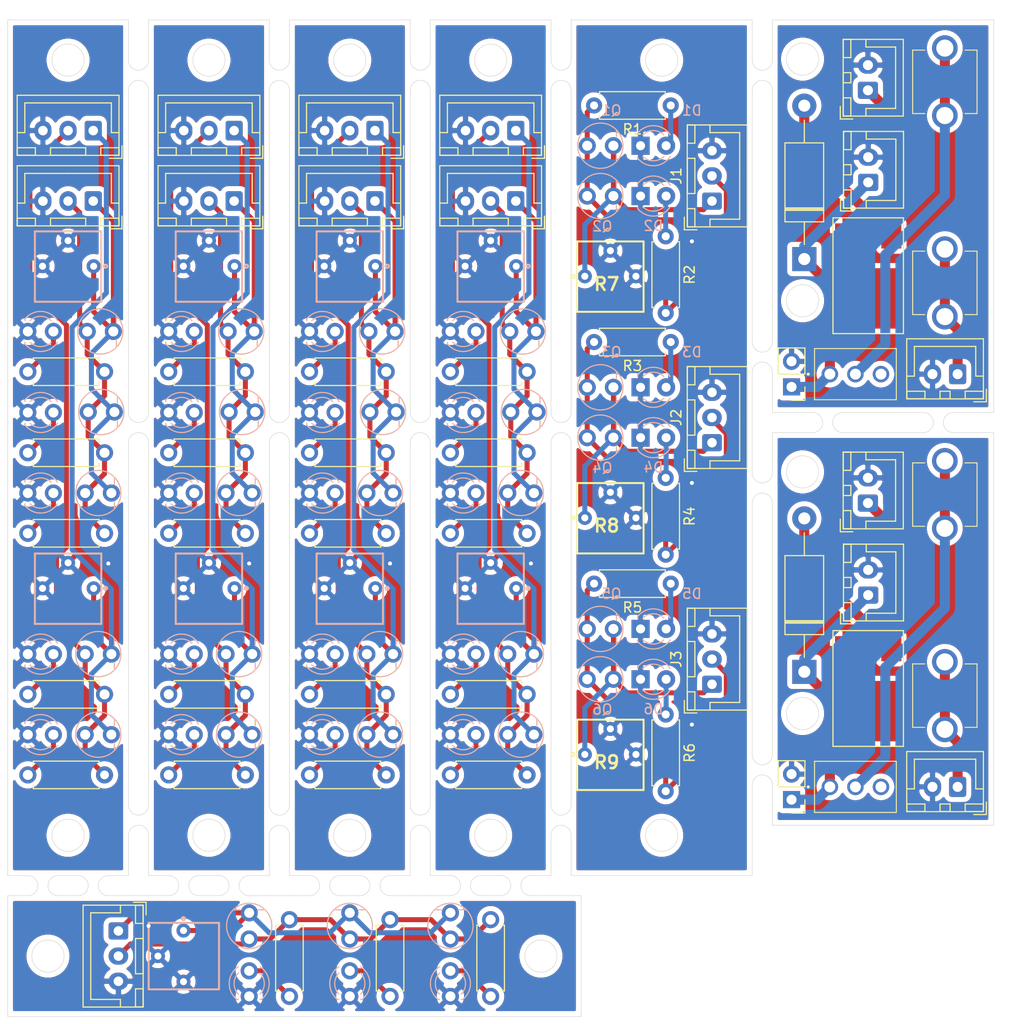
<source format=kicad_pcb>
(kicad_pcb (version 20171130) (host pcbnew "(5.1.8)-1")
  (layers (0 F.Cu signal) (31 B.Cu signal) (34 B.Paste user) (35 F.Paste user) (36 B.SilkS user) (37 F.SilkS user) (38 B.Mask user) (39 F.Mask user) (44 Edge.Cuts user))
  (net 0 "")
  (module SamacSys_Parts:FUC03A (layer F.Cu) (at 173.145 115.475 90)
    (fp_text reference U1)
    (fp_text value FUC-03A hide)
    (pad 1 thru_hole circle (at 0 0 90) (size 2.55 2.55) (drill 1.7) (layers *.Cu *.Mask))
    (pad 2 thru_hole circle (at 6.7 0 90) (size 2.55 2.55) (drill 1.7) (layers *.Cu *.Mask))
  )
  (module Connector_JST:JST_XH_B2B-XH-A_1x02_P2.50mm_Vertical (layer F.Cu) (at 174.415 121.19 180)
    (fp_text reference J1)
    (fp_text value Conn_01x02_Male)
    (pad 2 thru_hole oval (at 2.5 0 180) (size 1.7 2) (drill 1) (layers *.Cu *.Mask))
    (pad 1 thru_hole roundrect (at 0 0 180) (size 1.7 2) (drill 1) (layers *.Cu *.Mask) (roundrect_rratio 0.1470588235294118))
  )
  (module NJM7805SDL1:NJM7805SDL1 (layer F.Cu) (at 165.525 111.665 180)
    (fp_text reference U3)
    (fp_text value NJM7805SDL1)
    (pad 3 smd rect (at 2.3 4.2 180) (size 2 2.5) (layers F.Cu F.Paste F.Mask))
    (pad 2 smd rect (at -2.3 4.2 180) (size 2 2.5) (layers F.Cu F.Paste F.Mask))
    (pad 1 smd rect (at 0 -2 180) (size 6 6) (layers F.Cu F.Paste F.Mask))
  )
  (module Connector_PinHeader_2.54mm:PinHeader_1x02_P2.54mm_Vertical (layer F.Cu) (at 157.905 122.46 180)
    (fp_text reference J4)
    (fp_text value Conn_01x02_Female)
    (pad 2 thru_hole oval (at 0 2.54 180) (size 1.7 1.7) (drill 1) (layers *.Cu *.Mask))
    (pad 1 thru_hole rect (at 0 0 180) (size 1.7 1.7) (drill 1) (layers *.Cu *.Mask))
  )
  (module Connector_JST:JST_XH_B2B-XH-A_1x02_P2.50mm_Vertical (layer F.Cu) (at 165.5 92.996 90)
    (fp_text reference J2)
    (fp_text value Conn_01x02_Female)
    (pad 1 thru_hole roundrect (at 0 0 90) (size 1.7 2) (drill 1) (layers *.Cu *.Mask) (roundrect_rratio 0.1470588235294118))
    (pad 2 thru_hole oval (at 2.5 0 90) (size 1.7 2) (drill 1) (layers *.Cu *.Mask))
  )
  (module Diode_THT:D_DO-15_P15.24mm_Horizontal (layer F.Cu) (at 159.175 109.76 90)
    (fp_text reference D1)
    (fp_text value ER504_AY_10001)
    (pad 2 thru_hole oval (at 15.24 0 90) (size 2.4 2.4) (drill 1.2) (layers *.Cu *.Mask))
    (pad 1 thru_hole rect (at 0 0 90) (size 2.4 2.4) (drill 1.2) (layers *.Cu *.Mask))
  )
  (module SamacSys_Parts:FUC03A (layer F.Cu) (at 173.145 95.505 90)
    (fp_text reference U2)
    (fp_text value FUC-03A hide)
    (pad 2 thru_hole circle (at 6.7 0 90) (size 2.55 2.55) (drill 1.7) (layers *.Cu *.Mask))
    (pad 1 thru_hole circle (at 0 0 90) (size 2.55 2.55) (drill 1.7) (layers *.Cu *.Mask))
  )
  (module SamacSys_Parts:2MS1T1B4M2QES (layer F.Cu) (at 161.715 121.19 270)
    (fp_text reference S1)
    (fp_text value 2MS1T1B4M2QES hide)
    (pad 3 thru_hole circle (at 0 -5.08 270) (size 1.635 1.635) (drill 1.09) (layers *.Cu *.Mask))
    (pad 2 thru_hole circle (at 0 -2.54 270) (size 1.635 1.635) (drill 1.09) (layers *.Cu *.Mask))
    (pad 1 thru_hole circle (at 0 0 270) (size 1.635 1.635) (drill 1.09) (layers *.Cu *.Mask))
  )
  (module Connector_JST:JST_XH_B2B-XH-A_1x02_P2.50mm_Vertical (layer F.Cu) (at 165.525 102.14 90)
    (fp_text reference J3)
    (fp_text value Conn_01x02_Female)
    (pad 2 thru_hole oval (at 2.5 0 90) (size 1.7 2) (drill 1) (layers *.Cu *.Mask))
    (pad 1 thru_hole roundrect (at 0 0 90) (size 1.7 2) (drill 1) (layers *.Cu *.Mask) (roundrect_rratio 0.1470588235294118))
  )
  (module SamacSys_Parts:FUC03A (layer F.Cu) (at 173.145 74.475 90)
    (fp_text reference U1)
    (fp_text value FUC-03A hide)
    (pad 1 thru_hole circle (at 0 0 90) (size 2.55 2.55) (drill 1.7) (layers *.Cu *.Mask))
    (pad 2 thru_hole circle (at 6.7 0 90) (size 2.55 2.55) (drill 1.7) (layers *.Cu *.Mask))
  )
  (module Connector_JST:JST_XH_B2B-XH-A_1x02_P2.50mm_Vertical (layer F.Cu) (at 174.415 80.19 180)
    (fp_text reference J1)
    (fp_text value Conn_01x02_Male)
    (pad 2 thru_hole oval (at 2.5 0 180) (size 1.7 2) (drill 1) (layers *.Cu *.Mask))
    (pad 1 thru_hole roundrect (at 0 0 180) (size 1.7 2) (drill 1) (layers *.Cu *.Mask) (roundrect_rratio 0.1470588235294118))
  )
  (module NJM7805SDL1:NJM7805SDL1 (layer F.Cu) (at 165.525 70.665 180)
    (fp_text reference U3)
    (fp_text value NJM7805SDL1)
    (pad 3 smd rect (at 2.3 4.2 180) (size 2 2.5) (layers F.Cu F.Paste F.Mask))
    (pad 2 smd rect (at -2.3 4.2 180) (size 2 2.5) (layers F.Cu F.Paste F.Mask))
    (pad 1 smd rect (at 0 -2 180) (size 6 6) (layers F.Cu F.Paste F.Mask))
  )
  (module Connector_PinHeader_2.54mm:PinHeader_1x02_P2.54mm_Vertical (layer F.Cu) (at 157.905 81.46 180)
    (fp_text reference J4)
    (fp_text value Conn_01x02_Female)
    (pad 2 thru_hole oval (at 0 2.54 180) (size 1.7 1.7) (drill 1) (layers *.Cu *.Mask))
    (pad 1 thru_hole rect (at 0 0 180) (size 1.7 1.7) (drill 1) (layers *.Cu *.Mask))
  )
  (module Connector_JST:JST_XH_B2B-XH-A_1x02_P2.50mm_Vertical (layer F.Cu) (at 165.5 51.996 90)
    (fp_text reference J2)
    (fp_text value Conn_01x02_Female)
    (pad 1 thru_hole roundrect (at 0 0 90) (size 1.7 2) (drill 1) (layers *.Cu *.Mask) (roundrect_rratio 0.1470588235294118))
    (pad 2 thru_hole oval (at 2.5 0 90) (size 1.7 2) (drill 1) (layers *.Cu *.Mask))
  )
  (module Diode_THT:D_DO-15_P15.24mm_Horizontal (layer F.Cu) (at 159.175 68.76 90)
    (fp_text reference D1)
    (fp_text value ER504_AY_10001)
    (pad 2 thru_hole oval (at 15.24 0 90) (size 2.4 2.4) (drill 1.2) (layers *.Cu *.Mask))
    (pad 1 thru_hole rect (at 0 0 90) (size 2.4 2.4) (drill 1.2) (layers *.Cu *.Mask))
  )
  (module SamacSys_Parts:FUC03A (layer F.Cu) (at 173.145 54.505 90)
    (fp_text reference U2)
    (fp_text value FUC-03A hide)
    (pad 2 thru_hole circle (at 6.7 0 90) (size 2.55 2.55) (drill 1.7) (layers *.Cu *.Mask))
    (pad 1 thru_hole circle (at 0 0 90) (size 2.55 2.55) (drill 1.7) (layers *.Cu *.Mask))
  )
  (module SamacSys_Parts:2MS1T1B4M2QES (layer F.Cu) (at 161.715 80.19 270)
    (fp_text reference S1)
    (fp_text value 2MS1T1B4M2QES hide)
    (pad 3 thru_hole circle (at 0 -5.08 270) (size 1.635 1.635) (drill 1.09) (layers *.Cu *.Mask))
    (pad 2 thru_hole circle (at 0 -2.54 270) (size 1.635 1.635) (drill 1.09) (layers *.Cu *.Mask))
    (pad 1 thru_hole circle (at 0 0 270) (size 1.635 1.635) (drill 1.09) (layers *.Cu *.Mask))
  )
  (module Connector_JST:JST_XH_B2B-XH-A_1x02_P2.50mm_Vertical (layer F.Cu) (at 165.525 61.14 90)
    (fp_text reference J3)
    (fp_text value Conn_01x02_Female)
    (pad 2 thru_hole oval (at 2.5 0 90) (size 1.7 2) (drill 1) (layers *.Cu *.Mask))
    (pad 1 thru_hole roundrect (at 0 0 90) (size 1.7 2) (drill 1) (layers *.Cu *.Mask) (roundrect_rratio 0.1470588235294118))
  )
  (module NJL7502L:NJL7502L (layer B.Cu) (at 131 92)
    (fp_text reference Q3)
    (fp_text value Q_Photo_NPN)
    (pad 2 thru_hole circle (at 1.3 0) (size 1.7 1.7) (drill 1) (layers *.Cu *.Mask))
    (pad 1 thru_hole circle (at -1.3 0) (size 1.7 1.7) (drill 1) (layers *.Cu *.Mask))
  )
  (module Resistor_THT:R_Axial_DIN0207_L6.3mm_D2.5mm_P7.62mm_Horizontal (layer F.Cu) (at 124 79.95)
    (fp_text reference R1)
    (fp_text value R)
    (pad 1 thru_hole circle (at 0 0) (size 1.7 1.7) (drill 1) (layers *.Cu *.Mask))
    (pad 2 thru_hole circle (at 7.62 0) (size 1.7 1.7) (drill 1) (layers *.Cu *.Mask))
  )
  (module NJL7502L:NJL7502L (layer B.Cu) (at 131.2 75.95)
    (fp_text reference Q1)
    (fp_text value Q_Photo_NPN)
    (pad 1 thru_hole circle (at -1.3 0) (size 1.7 1.7) (drill 1) (layers *.Cu *.Mask))
    (pad 2 thru_hole circle (at 1.3 0) (size 1.7 1.7) (drill 1) (layers *.Cu *.Mask))
  )
  (module NJL7502L:NJL7502L (layer B.Cu) (at 131 108)
    (fp_text reference Q4)
    (fp_text value Q_Photo_NPN)
    (pad 1 thru_hole circle (at -1.3 0) (size 1.7 1.7) (drill 1) (layers *.Cu *.Mask))
    (pad 2 thru_hole circle (at 1.3 0) (size 1.7 1.7) (drill 1) (layers *.Cu *.Mask))
  )
  (module LED_THT:LED_D3.0mm_Clear (layer B.Cu) (at 124 75.95)
    (fp_text reference D1)
    (fp_text value LED)
    (pad 2 thru_hole circle (at 2.54 0) (size 1.7 1.7) (drill 1) (layers *.Cu *.Mask))
    (pad 1 thru_hole circle (at 0 0) (size 1.7 1.7) (drill 1) (layers *.Cu *.Mask))
  )
  (module LED_THT:LED_D3.0mm_Clear (layer B.Cu) (at 124 84)
    (fp_text reference D2)
    (fp_text value LED)
    (pad 1 thru_hole circle (at 0 0) (size 1.7 1.7) (drill 1) (layers *.Cu *.Mask))
    (pad 2 thru_hole circle (at 2.54 0) (size 1.7 1.7) (drill 1) (layers *.Cu *.Mask))
  )
  (module LED_THT:LED_D3.0mm_Clear (layer B.Cu) (at 124 92)
    (fp_text reference D3)
    (fp_text value LED)
    (pad 2 thru_hole circle (at 2.54 0) (size 1.7 1.7) (drill 1) (layers *.Cu *.Mask))
    (pad 1 thru_hole circle (at 0 0) (size 1.7 1.7) (drill 1) (layers *.Cu *.Mask))
  )
  (module Resistor_THT:R_Axial_DIN0207_L6.3mm_D2.5mm_P7.62mm_Horizontal (layer F.Cu) (at 124 88)
    (fp_text reference R2)
    (fp_text value R)
    (pad 2 thru_hole circle (at 7.62 0) (size 1.7 1.7) (drill 1) (layers *.Cu *.Mask))
    (pad 1 thru_hole circle (at 0 0) (size 1.7 1.7) (drill 1) (layers *.Cu *.Mask))
  )
  (module LED_THT:LED_D3.0mm_Clear (layer B.Cu) (at 124 108)
    (fp_text reference D4)
    (fp_text value LED)
    (pad 1 thru_hole circle (at 0 0) (size 1.7 1.7) (drill 1) (layers *.Cu *.Mask))
    (pad 2 thru_hole circle (at 2.54 0) (size 1.7 1.7) (drill 1) (layers *.Cu *.Mask))
  )
  (module NJL7502L:NJL7502L (layer B.Cu) (at 131.3 83.95)
    (fp_text reference Q2)
    (fp_text value Q_Photo_NPN)
    (pad 2 thru_hole circle (at 1.3 0) (size 1.7 1.7) (drill 1) (layers *.Cu *.Mask))
    (pad 1 thru_hole circle (at -1.3 0) (size 1.7 1.7) (drill 1) (layers *.Cu *.Mask))
  )
  (module Connector_JST:JST_XH_B3B-XH-A_1x03_P2.50mm_Vertical (layer F.Cu) (at 130.5 56 180)
    (fp_text reference J1)
    (fp_text value Conn_01x03_Male)
    (pad 1 thru_hole roundrect (at 0 0 180) (size 1.7 1.95) (drill 0.95) (layers *.Cu *.Mask) (roundrect_rratio 0.1470588235294118))
    (pad 2 thru_hole oval (at 2.5 0 180) (size 1.7 1.95) (drill 0.95) (layers *.Cu *.Mask))
    (pad 3 thru_hole oval (at 5 0 180) (size 1.7 1.95) (drill 0.95) (layers *.Cu *.Mask))
  )
  (module Connector_JST:JST_XH_B3B-XH-A_1x03_P2.50mm_Vertical (layer F.Cu) (at 130.5 63 180)
    (fp_text reference J3)
    (fp_text value Conn_01x03_Male)
    (pad 3 thru_hole oval (at 5 0 180) (size 1.7 1.95) (drill 0.95) (layers *.Cu *.Mask))
    (pad 2 thru_hole oval (at 2.5 0 180) (size 1.7 1.95) (drill 0.95) (layers *.Cu *.Mask))
    (pad 1 thru_hole roundrect (at 0 0 180) (size 1.7 1.95) (drill 0.95) (layers *.Cu *.Mask) (roundrect_rratio 0.1470588235294118))
  )
  (module Resistor_THT:R_Axial_DIN0207_L6.3mm_D2.5mm_P7.62mm_Horizontal (layer F.Cu) (at 124 112)
    (fp_text reference R4)
    (fp_text value R)
    (pad 1 thru_hole circle (at 0 0) (size 1.7 1.7) (drill 1) (layers *.Cu *.Mask))
    (pad 2 thru_hole circle (at 7.62 0) (size 1.7 1.7) (drill 1) (layers *.Cu *.Mask))
  )
  (module LED_THT:LED_D3.0mm_Clear (layer B.Cu) (at 124 116)
    (fp_text reference D5)
    (fp_text value LED)
    (pad 1 thru_hole circle (at 0 0) (size 1.7 1.7) (drill 1) (layers *.Cu *.Mask))
    (pad 2 thru_hole circle (at 2.54 0) (size 1.7 1.7) (drill 1) (layers *.Cu *.Mask))
  )
  (module Resistor_THT:R_Axial_DIN0207_L6.3mm_D2.5mm_P7.62mm_Horizontal (layer F.Cu) (at 124 120)
    (fp_text reference R6)
    (fp_text value R)
    (pad 1 thru_hole circle (at 0 0) (size 1.7 1.7) (drill 1) (layers *.Cu *.Mask))
    (pad 2 thru_hole circle (at 7.62 0) (size 1.7 1.7) (drill 0.87) (layers *.Cu *.Mask))
  )
  (module NJL7502L:NJL7502L (layer B.Cu) (at 131 116)
    (fp_text reference Q5)
    (fp_text value Q_Photo_NPN)
    (pad 2 thru_hole circle (at 1.3 0) (size 1.7 1.7) (drill 1) (layers *.Cu *.Mask))
    (pad 1 thru_hole circle (at -1.3 0) (size 1.7 1.7) (drill 1) (layers *.Cu *.Mask))
  )
  (module Resistor_THT:R_Axial_DIN0207_L6.3mm_D2.5mm_P7.62mm_Horizontal (layer F.Cu) (at 124 96)
    (fp_text reference R3)
    (fp_text value R)
    (pad 2 thru_hole circle (at 7.62 0) (size 1.7 1.7) (drill 1) (layers *.Cu *.Mask))
    (pad 1 thru_hole circle (at 0 0) (size 1.7 1.7) (drill 1) (layers *.Cu *.Mask))
  )
  (module SamacSys_Parts:3362P_1 (layer B.Cu) (at 128 73 180)
    (fp_text reference R7)
    (fp_text value 3362P-1-203LF hide)
    (pad 3 thru_hole circle (at 2.54 3.53 180) (size 1.4 1.4) (drill 0.7) (layers *.Cu *.Mask))
    (pad 2 thru_hole circle (at 0 6.07 180) (size 1.4 1.4) (drill 0.7) (layers *.Cu *.Mask))
    (pad 1 thru_hole circle (at -2.54 3.53 180) (size 1.4 1.4) (drill 0.7) (layers *.Cu *.Mask))
  )
  (module SamacSys_Parts:3362P_1 (layer B.Cu) (at 128 105 180)
    (fp_text reference R5)
    (fp_text value 3362P-1-203LF hide)
    (pad 1 thru_hole circle (at -2.54 3.53 180) (size 1.4 1.4) (drill 0.7) (layers *.Cu *.Mask))
    (pad 2 thru_hole circle (at 0 6.07 180) (size 1.4 1.4) (drill 0.7) (layers *.Cu *.Mask))
    (pad 3 thru_hole circle (at 2.54 3.53 180) (size 1.4 1.4) (drill 0.7) (layers *.Cu *.Mask))
  )
  (module NJL7502L:NJL7502L (layer B.Cu) (at 124 135 90)
    (fp_text reference Q3)
    (fp_text value Q_Photo_NPN)
    (pad 1 thru_hole circle (at -1.3 0 90) (size 1.7 1.7) (drill 1) (layers *.Cu *.Mask))
    (pad 2 thru_hole circle (at 1.3 0 90) (size 1.7 1.7) (drill 1) (layers *.Cu *.Mask))
  )
  (module Resistor_THT:R_Axial_DIN0207_L6.3mm_D2.5mm_P7.62mm_Horizontal (layer F.Cu) (at 118 142 90)
    (fp_text reference R2)
    (fp_text value R)
    (pad 1 thru_hole circle (at 0 0 90) (size 1.7 1.7) (drill 1) (layers *.Cu *.Mask))
    (pad 2 thru_hole circle (at 7.62 0 90) (size 1.7 1.7) (drill 1) (layers *.Cu *.Mask))
  )
  (module LED_THT:LED_D3.0mm_Clear (layer B.Cu) (at 114 142 90)
    (fp_text reference D2)
    (fp_text value LED)
    (pad 1 thru_hole circle (at 0 0 90) (size 1.7 1.7) (drill 1) (layers *.Cu *.Mask))
    (pad 2 thru_hole circle (at 2.54 0 90) (size 1.7 1.7) (drill 1) (layers *.Cu *.Mask))
  )
  (module LED_THT:LED_D3.0mm_Clear (layer B.Cu) (at 104 142 90)
    (fp_text reference D1)
    (fp_text value LED)
    (pad 2 thru_hole circle (at 2.54 0 90) (size 1.7 1.7) (drill 1) (layers *.Cu *.Mask))
    (pad 1 thru_hole circle (at 0 0 90) (size 1.7 1.7) (drill 1) (layers *.Cu *.Mask))
  )
  (module Connector_JST:JST_XH_B3B-XH-A_1x03_P2.50mm_Vertical (layer F.Cu) (at 91 135.5 270)
    (fp_text reference J1)
    (fp_text value Conn_01x03_Male)
    (pad 3 thru_hole oval (at 5 0 270) (size 1.7 1.95) (drill 0.95) (layers *.Cu *.Mask))
    (pad 2 thru_hole oval (at 2.5 0 270) (size 1.7 1.95) (drill 0.95) (layers *.Cu *.Mask))
    (pad 1 thru_hole roundrect (at 0 0 270) (size 1.7 1.95) (drill 0.95) (layers *.Cu *.Mask) (roundrect_rratio 0.1470588235294118))
  )
  (module Resistor_THT:R_Axial_DIN0207_L6.3mm_D2.5mm_P7.62mm_Horizontal (layer F.Cu) (at 128 142 90)
    (fp_text reference R3)
    (fp_text value R)
    (pad 2 thru_hole circle (at 7.62 0 90) (size 1.7 1.7) (drill 1) (layers *.Cu *.Mask))
    (pad 1 thru_hole circle (at 0 0 90) (size 1.7 1.7) (drill 1) (layers *.Cu *.Mask))
  )
  (module Resistor_THT:R_Axial_DIN0207_L6.3mm_D2.5mm_P7.62mm_Horizontal (layer F.Cu) (at 108 142 90)
    (fp_text reference R1)
    (fp_text value R)
    (pad 2 thru_hole circle (at 7.62 0 90) (size 1.7 1.7) (drill 1) (layers *.Cu *.Mask))
    (pad 1 thru_hole circle (at 0 0 90) (size 1.7 1.7) (drill 1) (layers *.Cu *.Mask))
  )
  (module NJL7502L:NJL7502L (layer B.Cu) (at 114 135 90)
    (fp_text reference Q2)
    (fp_text value Q_Photo_NPN)
    (pad 2 thru_hole circle (at 1.3 0 90) (size 1.7 1.7) (drill 1) (layers *.Cu *.Mask))
    (pad 1 thru_hole circle (at -1.3 0 90) (size 1.7 1.7) (drill 1) (layers *.Cu *.Mask))
  )
  (module NJL7502L:NJL7502L (layer B.Cu) (at 104 135 90)
    (fp_text reference Q1)
    (fp_text value Q_Photo_NPN)
    (pad 1 thru_hole circle (at -1.3 0 90) (size 1.7 1.7) (drill 1) (layers *.Cu *.Mask))
    (pad 2 thru_hole circle (at 1.3 0 90) (size 1.7 1.7) (drill 1) (layers *.Cu *.Mask))
  )
  (module LED_THT:LED_D3.0mm_Clear (layer B.Cu) (at 124 142 90)
    (fp_text reference D3)
    (fp_text value LED)
    (pad 2 thru_hole circle (at 2.54 0 90) (size 1.7 1.7) (drill 1) (layers *.Cu *.Mask))
    (pad 1 thru_hole circle (at 0 0 90) (size 1.7 1.7) (drill 1) (layers *.Cu *.Mask))
  )
  (module SamacSys_Parts:3362P_1 (layer B.Cu) (at 101 138 270)
    (fp_text reference R4)
    (fp_text value 3362P-1-203LF hide)
    (pad 3 thru_hole circle (at 2.54 3.53 270) (size 1.4 1.4) (drill 0.7) (layers *.Cu *.Mask))
    (pad 2 thru_hole circle (at 0 6.07 270) (size 1.4 1.4) (drill 0.7) (layers *.Cu *.Mask))
    (pad 1 thru_hole circle (at -2.54 3.53 270) (size 1.4 1.4) (drill 0.7) (layers *.Cu *.Mask))
  )
  (module LED_THT:LED_D3.0mm_Clear (layer B.Cu) (at 142.9 81.5)
    (fp_text reference D3 (at 5.1 -3.5) (layer B.SilkS) (effects (justify mirror)))
    (fp_text value LED)
    (pad 2 thru_hole circle (at 2.54 0) (size 1.8 1.8) (drill 0.9) (layers *.Cu *.Mask))
    (pad 1 thru_hole rect (at 0 0) (size 1.8 1.8) (drill 0.9) (layers *.Cu *.Mask))
  )
  (module LED_THT:LED_D3.0mm_Clear (layer B.Cu) (at 142.9 110.5)
    (fp_text reference D6 (at 1.27 2.96) (layer B.SilkS) (effects (justify mirror)))
    (fp_text value LED)
    (pad 1 thru_hole rect (at 0 0) (size 1.8 1.8) (drill 0.9) (layers *.Cu *.Mask))
    (pad 2 thru_hole circle (at 2.54 0) (size 1.8 1.8) (drill 0.9) (layers *.Cu *.Mask))
  )
  (module Connector_JST:JST_XH_B3B-XH-A_1x03_P2.50mm_Vertical (layer F.Cu) (at 150 63 90)
    (fp_text reference J1 (at 2.5 -3.55 90) (layer F.SilkS))
    (fp_text value Conn_01x03_Male)
    (pad 3 thru_hole oval (at 5 0 90) (size 1.7 1.95) (drill 0.95) (layers *.Cu *.Mask))
    (pad 2 thru_hole oval (at 2.5 0 90) (size 1.7 1.95) (drill 0.95) (layers *.Cu *.Mask))
    (pad 1 thru_hole roundrect (at 0 0 90) (size 1.7 1.95) (drill 0.95) (layers *.Cu *.Mask) (roundrect_rratio 0.1470588235294118))
  )
  (module LED_THT:LED_D3.0mm_Clear (layer B.Cu) (at 142.9 62.5)
    (fp_text reference D2 (at 1.27 2.96) (layer B.SilkS) (effects (justify mirror)))
    (fp_text value LED)
    (pad 2 thru_hole circle (at 2.54 0) (size 1.8 1.8) (drill 0.9) (layers *.Cu *.Mask))
    (pad 1 thru_hole rect (at 0 0) (size 1.8 1.8) (drill 0.9) (layers *.Cu *.Mask))
  )
  (module LED_THT:LED_D3.0mm_Clear (layer B.Cu) (at 142.9 105.5)
    (fp_text reference D5 (at 5.1 -3.5) (layer B.SilkS) (effects (justify mirror)))
    (fp_text value LED)
    (pad 2 thru_hole circle (at 2.54 0) (size 1.8 1.8) (drill 0.9) (layers *.Cu *.Mask))
    (pad 1 thru_hole rect (at 0 0) (size 1.8 1.8) (drill 0.9) (layers *.Cu *.Mask))
  )
  (module LED_THT:LED_D3.0mm_Clear (layer B.Cu) (at 142.9 57.5)
    (fp_text reference D1 (at 5.1 -3.5) (layer B.SilkS) (effects (justify mirror)))
    (fp_text value LED)
    (pad 1 thru_hole rect (at 0 0) (size 1.8 1.8) (drill 0.9) (layers *.Cu *.Mask))
    (pad 2 thru_hole circle (at 2.54 0) (size 1.8 1.8) (drill 0.9) (layers *.Cu *.Mask))
  )
  (module LED_THT:LED_D3.0mm_Clear (layer B.Cu) (at 142.9 86.5)
    (fp_text reference D4 (at 1.27 2.96) (layer B.SilkS) (effects (justify mirror)))
    (fp_text value LED)
    (pad 1 thru_hole rect (at 0 0) (size 1.8 1.8) (drill 0.9) (layers *.Cu *.Mask))
    (pad 2 thru_hole circle (at 2.54 0) (size 1.8 1.8) (drill 0.9) (layers *.Cu *.Mask))
  )
  (module NJL7502L:NJL7502L (layer B.Cu) (at 138.9 81.5)
    (fp_text reference Q3 (at 1.1 -3.5) (layer B.SilkS) (effects (justify mirror)))
    (fp_text value Q_Photo_NPN)
    (pad 1 thru_hole circle (at -1.3 0) (size 1.7 1.7) (drill 1) (layers *.Cu *.Mask))
    (pad 2 thru_hole circle (at 1.3 0) (size 1.7 1.7) (drill 1) (layers *.Cu *.Mask))
  )
  (module NJL7502L:NJL7502L (layer B.Cu) (at 138.9 62.5)
    (fp_text reference Q2 (at 0.2 3) (layer B.SilkS) (effects (justify mirror)))
    (fp_text value Q_Photo_NPN)
    (pad 2 thru_hole circle (at 1.3 0) (size 1.7 1.7) (drill 1) (layers *.Cu *.Mask))
    (pad 1 thru_hole circle (at -1.3 0) (size 1.7 1.7) (drill 1) (layers *.Cu *.Mask))
  )
  (module NJL7502L:NJL7502L (layer B.Cu) (at 138.9 57.5)
    (fp_text reference Q1 (at 1.1 -3.5) (layer B.SilkS) (effects (justify mirror)))
    (fp_text value Q_Photo_NPN)
    (pad 1 thru_hole circle (at -1.3 0) (size 1.7 1.7) (drill 1) (layers *.Cu *.Mask))
    (pad 2 thru_hole circle (at 1.3 0) (size 1.7 1.7) (drill 1) (layers *.Cu *.Mask))
  )
  (module Connector_JST:JST_XH_B3B-XH-A_1x03_P2.50mm_Vertical (layer F.Cu) (at 150 111 90)
    (fp_text reference J3 (at 2.5 -3.55 90) (layer F.SilkS))
    (fp_text value Conn_01x03_Male)
    (pad 3 thru_hole oval (at 5 0 90) (size 1.7 1.95) (drill 0.95) (layers *.Cu *.Mask))
    (pad 2 thru_hole oval (at 2.5 0 90) (size 1.7 1.95) (drill 0.95) (layers *.Cu *.Mask))
    (pad 1 thru_hole roundrect (at 0 0 90) (size 1.7 1.95) (drill 0.95) (layers *.Cu *.Mask) (roundrect_rratio 0.1470588235294118))
  )
  (module Connector_JST:JST_XH_B3B-XH-A_1x03_P2.50mm_Vertical (layer F.Cu) (at 150 87 90)
    (fp_text reference J2 (at 2.5 -3.55 90) (layer F.SilkS))
    (fp_text value Conn_01x03_Male)
    (pad 1 thru_hole roundrect (at 0 0 90) (size 1.7 1.95) (drill 0.95) (layers *.Cu *.Mask) (roundrect_rratio 0.1470588235294118))
    (pad 2 thru_hole oval (at 2.5 0 90) (size 1.7 1.95) (drill 0.95) (layers *.Cu *.Mask))
    (pad 3 thru_hole oval (at 5 0 90) (size 1.7 1.95) (drill 0.95) (layers *.Cu *.Mask))
  )
  (module Resistor_THT:R_Axial_DIN0207_L6.3mm_D2.5mm_P7.62mm_Horizontal (layer F.Cu) (at 145.4 90.5 270)
    (fp_text reference R4 (at 3.81 -2.37 90) (layer F.SilkS))
    (fp_text value R)
    (pad 2 thru_hole oval (at 7.62 0 270) (size 1.6 1.6) (drill 0.8) (layers *.Cu *.Mask))
    (pad 1 thru_hole circle (at 0 0 270) (size 1.6 1.6) (drill 0.8) (layers *.Cu *.Mask))
  )
  (module NJL7502L:NJL7502L (layer B.Cu) (at 138.9 105.5)
    (fp_text reference Q5 (at 1.1 -3.5) (layer B.SilkS) (effects (justify mirror)))
    (fp_text value Q_Photo_NPN)
    (pad 1 thru_hole circle (at -1.3 0) (size 1.7 1.7) (drill 1) (layers *.Cu *.Mask))
    (pad 2 thru_hole circle (at 1.3 0) (size 1.7 1.7) (drill 1) (layers *.Cu *.Mask))
  )
  (module Resistor_THT:R_Axial_DIN0207_L6.3mm_D2.5mm_P7.62mm_Horizontal (layer F.Cu) (at 145.4 114 270)
    (fp_text reference R6 (at 3.81 -2.37 90) (layer F.SilkS))
    (fp_text value R)
    (pad 2 thru_hole oval (at 7.62 0 270) (size 1.6 1.6) (drill 0.8) (layers *.Cu *.Mask))
    (pad 1 thru_hole circle (at 0 0 270) (size 1.6 1.6) (drill 0.8) (layers *.Cu *.Mask))
  )
  (module SamacSys_Parts:3362P_1 (layer F.Cu) (at 139.9 121.5)
    (fp_text reference R9 (at -0.36821 -2.74963) (layer F.SilkS) (effects (font (size 1.27 1.27) (thickness 0.254))))
    (fp_text value 3362P-1-203LF hide)
    (pad 3 thru_hole circle (at 2.54 -3.53) (size 1.4 1.4) (drill 0.7) (layers *.Cu *.Mask))
    (pad 2 thru_hole circle (at 0 -6.07) (size 1.4 1.4) (drill 0.7) (layers *.Cu *.Mask))
    (pad 1 thru_hole circle (at -2.54 -3.53) (size 1.4 1.4) (drill 0.7) (layers *.Cu *.Mask))
  )
  (module NJL7502L:NJL7502L (layer B.Cu) (at 138.9 110.5)
    (fp_text reference Q6 (at 0.2 3) (layer B.SilkS) (effects (justify mirror)))
    (fp_text value Q_Photo_NPN)
    (pad 2 thru_hole circle (at 1.3 0) (size 1.7 1.7) (drill 1) (layers *.Cu *.Mask))
    (pad 1 thru_hole circle (at -1.3 0) (size 1.7 1.7) (drill 1) (layers *.Cu *.Mask))
  )
  (module SamacSys_Parts:3362P_1 (layer F.Cu) (at 139.9 98)
    (fp_text reference R8 (at -0.36821 -2.74963) (layer F.SilkS) (effects (font (size 1.27 1.27) (thickness 0.254))))
    (fp_text value 3362P-1-203LF hide)
    (pad 3 thru_hole circle (at 2.54 -3.53) (size 1.4 1.4) (drill 0.7) (layers *.Cu *.Mask))
    (pad 2 thru_hole circle (at 0 -6.07) (size 1.4 1.4) (drill 0.7) (layers *.Cu *.Mask))
    (pad 1 thru_hole circle (at -2.54 -3.53) (size 1.4 1.4) (drill 0.7) (layers *.Cu *.Mask))
  )
  (module SamacSys_Parts:3362P_1 (layer F.Cu) (at 139.9 74)
    (fp_text reference R7 (at -0.36821 -2.74963) (layer F.SilkS) (effects (font (size 1.27 1.27) (thickness 0.254))))
    (fp_text value 3362P-1-203LF hide)
    (pad 1 thru_hole circle (at -2.54 -3.53) (size 1.4 1.4) (drill 0.7) (layers *.Cu *.Mask))
    (pad 2 thru_hole circle (at 0 -6.07) (size 1.4 1.4) (drill 0.7) (layers *.Cu *.Mask))
    (pad 3 thru_hole circle (at 2.54 -3.53) (size 1.4 1.4) (drill 0.7) (layers *.Cu *.Mask))
  )
  (module Resistor_THT:R_Axial_DIN0207_L6.3mm_D2.5mm_P7.62mm_Horizontal (layer F.Cu) (at 145.9 101 180)
    (fp_text reference R5 (at 3.81 -2.37) (layer F.SilkS))
    (fp_text value R)
    (pad 2 thru_hole oval (at 7.62 0 180) (size 1.6 1.6) (drill 0.8) (layers *.Cu *.Mask))
    (pad 1 thru_hole circle (at 0 0 180) (size 1.6 1.6) (drill 0.8) (layers *.Cu *.Mask))
  )
  (module Resistor_THT:R_Axial_DIN0207_L6.3mm_D2.5mm_P7.62mm_Horizontal (layer F.Cu) (at 145.4 66.5 270)
    (fp_text reference R2 (at 3.81 -2.37 90) (layer F.SilkS))
    (fp_text value R)
    (pad 1 thru_hole circle (at 0 0 270) (size 1.6 1.6) (drill 0.8) (layers *.Cu *.Mask))
    (pad 2 thru_hole oval (at 7.62 0 270) (size 1.6 1.6) (drill 0.8) (layers *.Cu *.Mask))
  )
  (module Resistor_THT:R_Axial_DIN0207_L6.3mm_D2.5mm_P7.62mm_Horizontal (layer F.Cu) (at 145.9 77 180)
    (fp_text reference R3 (at 3.81 -2.37) (layer F.SilkS))
    (fp_text value R)
    (pad 1 thru_hole circle (at 0 0 180) (size 1.6 1.6) (drill 0.8) (layers *.Cu *.Mask))
    (pad 2 thru_hole oval (at 7.62 0 180) (size 1.6 1.6) (drill 0.8) (layers *.Cu *.Mask))
  )
  (module Resistor_THT:R_Axial_DIN0207_L6.3mm_D2.5mm_P7.62mm_Horizontal (layer F.Cu) (at 145.9 53.5 180)
    (fp_text reference R1 (at 3.81 -2.37) (layer F.SilkS))
    (fp_text value R)
    (pad 1 thru_hole circle (at 0 0 180) (size 1.6 1.6) (drill 0.8) (layers *.Cu *.Mask))
    (pad 2 thru_hole oval (at 7.62 0 180) (size 1.6 1.6) (drill 0.8) (layers *.Cu *.Mask))
  )
  (module NJL7502L:NJL7502L (layer B.Cu) (at 138.9 86.5)
    (fp_text reference Q4 (at 0.2 3) (layer B.SilkS) (effects (justify mirror)))
    (fp_text value Q_Photo_NPN)
    (pad 2 thru_hole circle (at 1.3 0) (size 1.7 1.7) (drill 1) (layers *.Cu *.Mask))
    (pad 1 thru_hole circle (at -1.3 0) (size 1.7 1.7) (drill 1) (layers *.Cu *.Mask))
  )
  (module LED_THT:LED_D3.0mm_Clear (layer B.Cu) (at 110 92)
    (fp_text reference D3)
    (fp_text value LED)
    (pad 1 thru_hole circle (at 0 0) (size 1.7 1.7) (drill 1) (layers *.Cu *.Mask))
    (pad 2 thru_hole circle (at 2.54 0) (size 1.7 1.7) (drill 1) (layers *.Cu *.Mask))
  )
  (module NJL7502L:NJL7502L (layer B.Cu) (at 117.3 83.95)
    (fp_text reference Q2)
    (fp_text value Q_Photo_NPN)
    (pad 1 thru_hole circle (at -1.3 0) (size 1.7 1.7) (drill 1) (layers *.Cu *.Mask))
    (pad 2 thru_hole circle (at 1.3 0) (size 1.7 1.7) (drill 1) (layers *.Cu *.Mask))
  )
  (module LED_THT:LED_D3.0mm_Clear (layer B.Cu) (at 110 75.95)
    (fp_text reference D1)
    (fp_text value LED)
    (pad 1 thru_hole circle (at 0 0) (size 1.7 1.7) (drill 1) (layers *.Cu *.Mask))
    (pad 2 thru_hole circle (at 2.54 0) (size 1.7 1.7) (drill 1) (layers *.Cu *.Mask))
  )
  (module NJL7502L:NJL7502L (layer B.Cu) (at 117.2 75.95)
    (fp_text reference Q1)
    (fp_text value Q_Photo_NPN)
    (pad 2 thru_hole circle (at 1.3 0) (size 1.7 1.7) (drill 1) (layers *.Cu *.Mask))
    (pad 1 thru_hole circle (at -1.3 0) (size 1.7 1.7) (drill 1) (layers *.Cu *.Mask))
  )
  (module LED_THT:LED_D3.0mm_Clear (layer B.Cu) (at 110 108)
    (fp_text reference D4)
    (fp_text value LED)
    (pad 2 thru_hole circle (at 2.54 0) (size 1.7 1.7) (drill 1) (layers *.Cu *.Mask))
    (pad 1 thru_hole circle (at 0 0) (size 1.7 1.7) (drill 1) (layers *.Cu *.Mask))
  )
  (module Resistor_THT:R_Axial_DIN0207_L6.3mm_D2.5mm_P7.62mm_Horizontal (layer F.Cu) (at 110 88)
    (fp_text reference R2)
    (fp_text value R)
    (pad 1 thru_hole circle (at 0 0) (size 1.7 1.7) (drill 1) (layers *.Cu *.Mask))
    (pad 2 thru_hole circle (at 7.62 0) (size 1.7 1.7) (drill 1) (layers *.Cu *.Mask))
  )
  (module LED_THT:LED_D3.0mm_Clear (layer B.Cu) (at 110 84)
    (fp_text reference D2)
    (fp_text value LED)
    (pad 2 thru_hole circle (at 2.54 0) (size 1.7 1.7) (drill 1) (layers *.Cu *.Mask))
    (pad 1 thru_hole circle (at 0 0) (size 1.7 1.7) (drill 1) (layers *.Cu *.Mask))
  )
  (module Resistor_THT:R_Axial_DIN0207_L6.3mm_D2.5mm_P7.62mm_Horizontal (layer F.Cu) (at 110 79.95)
    (fp_text reference R1)
    (fp_text value R)
    (pad 2 thru_hole circle (at 7.62 0) (size 1.7 1.7) (drill 1) (layers *.Cu *.Mask))
    (pad 1 thru_hole circle (at 0 0) (size 1.7 1.7) (drill 1) (layers *.Cu *.Mask))
  )
  (module NJL7502L:NJL7502L (layer B.Cu) (at 117 92)
    (fp_text reference Q3)
    (fp_text value Q_Photo_NPN)
    (pad 1 thru_hole circle (at -1.3 0) (size 1.7 1.7) (drill 1) (layers *.Cu *.Mask))
    (pad 2 thru_hole circle (at 1.3 0) (size 1.7 1.7) (drill 1) (layers *.Cu *.Mask))
  )
  (module NJL7502L:NJL7502L (layer B.Cu) (at 117 108)
    (fp_text reference Q4)
    (fp_text value Q_Photo_NPN)
    (pad 2 thru_hole circle (at 1.3 0) (size 1.7 1.7) (drill 1) (layers *.Cu *.Mask))
    (pad 1 thru_hole circle (at -1.3 0) (size 1.7 1.7) (drill 1) (layers *.Cu *.Mask))
  )
  (module Resistor_THT:R_Axial_DIN0207_L6.3mm_D2.5mm_P7.62mm_Horizontal (layer F.Cu) (at 110 96)
    (fp_text reference R3)
    (fp_text value R)
    (pad 1 thru_hole circle (at 0 0) (size 1.7 1.7) (drill 1) (layers *.Cu *.Mask))
    (pad 2 thru_hole circle (at 7.62 0) (size 1.7 1.7) (drill 1) (layers *.Cu *.Mask))
  )
  (module Connector_JST:JST_XH_B3B-XH-A_1x03_P2.50mm_Vertical (layer F.Cu) (at 116.5 63 180)
    (fp_text reference J3)
    (fp_text value Conn_01x03_Male)
    (pad 1 thru_hole roundrect (at 0 0 180) (size 1.7 1.95) (drill 0.95) (layers *.Cu *.Mask) (roundrect_rratio 0.1470588235294118))
    (pad 2 thru_hole oval (at 2.5 0 180) (size 1.7 1.95) (drill 0.95) (layers *.Cu *.Mask))
    (pad 3 thru_hole oval (at 5 0 180) (size 1.7 1.95) (drill 0.95) (layers *.Cu *.Mask))
  )
  (module SamacSys_Parts:3362P_1 (layer B.Cu) (at 114 73 180)
    (fp_text reference R7)
    (fp_text value 3362P-1-203LF hide)
    (pad 1 thru_hole circle (at -2.54 3.53 180) (size 1.4 1.4) (drill 0.7) (layers *.Cu *.Mask))
    (pad 2 thru_hole circle (at 0 6.07 180) (size 1.4 1.4) (drill 0.7) (layers *.Cu *.Mask))
    (pad 3 thru_hole circle (at 2.54 3.53 180) (size 1.4 1.4) (drill 0.7) (layers *.Cu *.Mask))
  )
  (module NJL7502L:NJL7502L (layer B.Cu) (at 117 116)
    (fp_text reference Q5)
    (fp_text value Q_Photo_NPN)
    (pad 1 thru_hole circle (at -1.3 0) (size 1.7 1.7) (drill 1) (layers *.Cu *.Mask))
    (pad 2 thru_hole circle (at 1.3 0) (size 1.7 1.7) (drill 1) (layers *.Cu *.Mask))
  )
  (module SamacSys_Parts:3362P_1 (layer B.Cu) (at 114 105 180)
    (fp_text reference R5)
    (fp_text value 3362P-1-203LF hide)
    (pad 3 thru_hole circle (at 2.54 3.53 180) (size 1.4 1.4) (drill 0.7) (layers *.Cu *.Mask))
    (pad 2 thru_hole circle (at 0 6.07 180) (size 1.4 1.4) (drill 0.7) (layers *.Cu *.Mask))
    (pad 1 thru_hole circle (at -2.54 3.53 180) (size 1.4 1.4) (drill 0.7) (layers *.Cu *.Mask))
  )
  (module Connector_JST:JST_XH_B3B-XH-A_1x03_P2.50mm_Vertical (layer F.Cu) (at 116.5 56 180)
    (fp_text reference J1)
    (fp_text value Conn_01x03_Male)
    (pad 3 thru_hole oval (at 5 0 180) (size 1.7 1.95) (drill 0.95) (layers *.Cu *.Mask))
    (pad 2 thru_hole oval (at 2.5 0 180) (size 1.7 1.95) (drill 0.95) (layers *.Cu *.Mask))
    (pad 1 thru_hole roundrect (at 0 0 180) (size 1.7 1.95) (drill 0.95) (layers *.Cu *.Mask) (roundrect_rratio 0.1470588235294118))
  )
  (module Resistor_THT:R_Axial_DIN0207_L6.3mm_D2.5mm_P7.62mm_Horizontal (layer F.Cu) (at 110 120)
    (fp_text reference R6)
    (fp_text value R)
    (pad 2 thru_hole circle (at 7.62 0) (size 1.7 1.7) (drill 0.87) (layers *.Cu *.Mask))
    (pad 1 thru_hole circle (at 0 0) (size 1.7 1.7) (drill 1) (layers *.Cu *.Mask))
  )
  (module LED_THT:LED_D3.0mm_Clear (layer B.Cu) (at 110 116)
    (fp_text reference D5)
    (fp_text value LED)
    (pad 2 thru_hole circle (at 2.54 0) (size 1.7 1.7) (drill 1) (layers *.Cu *.Mask))
    (pad 1 thru_hole circle (at 0 0) (size 1.7 1.7) (drill 1) (layers *.Cu *.Mask))
  )
  (module Resistor_THT:R_Axial_DIN0207_L6.3mm_D2.5mm_P7.62mm_Horizontal (layer F.Cu) (at 110 112)
    (fp_text reference R4)
    (fp_text value R)
    (pad 2 thru_hole circle (at 7.62 0) (size 1.7 1.7) (drill 1) (layers *.Cu *.Mask))
    (pad 1 thru_hole circle (at 0 0) (size 1.7 1.7) (drill 1) (layers *.Cu *.Mask))
  )
  (module LED_THT:LED_D3.0mm_Clear (layer B.Cu) (at 96 92)
    (fp_text reference D3)
    (fp_text value LED)
    (pad 1 thru_hole circle (at 0 0) (size 1.7 1.7) (drill 1) (layers *.Cu *.Mask))
    (pad 2 thru_hole circle (at 2.54 0) (size 1.7 1.7) (drill 1) (layers *.Cu *.Mask))
  )
  (module NJL7502L:NJL7502L (layer B.Cu) (at 103.3 83.95)
    (fp_text reference Q2)
    (fp_text value Q_Photo_NPN)
    (pad 1 thru_hole circle (at -1.3 0) (size 1.7 1.7) (drill 1) (layers *.Cu *.Mask))
    (pad 2 thru_hole circle (at 1.3 0) (size 1.7 1.7) (drill 1) (layers *.Cu *.Mask))
  )
  (module LED_THT:LED_D3.0mm_Clear (layer B.Cu) (at 96 75.95)
    (fp_text reference D1)
    (fp_text value LED)
    (pad 1 thru_hole circle (at 0 0) (size 1.7 1.7) (drill 1) (layers *.Cu *.Mask))
    (pad 2 thru_hole circle (at 2.54 0) (size 1.7 1.7) (drill 1) (layers *.Cu *.Mask))
  )
  (module NJL7502L:NJL7502L (layer B.Cu) (at 103.2 75.95)
    (fp_text reference Q1)
    (fp_text value Q_Photo_NPN)
    (pad 2 thru_hole circle (at 1.3 0) (size 1.7 1.7) (drill 1) (layers *.Cu *.Mask))
    (pad 1 thru_hole circle (at -1.3 0) (size 1.7 1.7) (drill 1) (layers *.Cu *.Mask))
  )
  (module LED_THT:LED_D3.0mm_Clear (layer B.Cu) (at 96 108)
    (fp_text reference D4)
    (fp_text value LED)
    (pad 2 thru_hole circle (at 2.54 0) (size 1.7 1.7) (drill 1) (layers *.Cu *.Mask))
    (pad 1 thru_hole circle (at 0 0) (size 1.7 1.7) (drill 1) (layers *.Cu *.Mask))
  )
  (module Resistor_THT:R_Axial_DIN0207_L6.3mm_D2.5mm_P7.62mm_Horizontal (layer F.Cu) (at 96 88)
    (fp_text reference R2)
    (fp_text value R)
    (pad 1 thru_hole circle (at 0 0) (size 1.7 1.7) (drill 1) (layers *.Cu *.Mask))
    (pad 2 thru_hole circle (at 7.62 0) (size 1.7 1.7) (drill 1) (layers *.Cu *.Mask))
  )
  (module LED_THT:LED_D3.0mm_Clear (layer B.Cu) (at 96 84)
    (fp_text reference D2)
    (fp_text value LED)
    (pad 2 thru_hole circle (at 2.54 0) (size 1.7 1.7) (drill 1) (layers *.Cu *.Mask))
    (pad 1 thru_hole circle (at 0 0) (size 1.7 1.7) (drill 1) (layers *.Cu *.Mask))
  )
  (module Resistor_THT:R_Axial_DIN0207_L6.3mm_D2.5mm_P7.62mm_Horizontal (layer F.Cu) (at 96 79.95)
    (fp_text reference R1)
    (fp_text value R)
    (pad 2 thru_hole circle (at 7.62 0) (size 1.7 1.7) (drill 1) (layers *.Cu *.Mask))
    (pad 1 thru_hole circle (at 0 0) (size 1.7 1.7) (drill 1) (layers *.Cu *.Mask))
  )
  (module NJL7502L:NJL7502L (layer B.Cu) (at 103 92)
    (fp_text reference Q3)
    (fp_text value Q_Photo_NPN)
    (pad 1 thru_hole circle (at -1.3 0) (size 1.7 1.7) (drill 1) (layers *.Cu *.Mask))
    (pad 2 thru_hole circle (at 1.3 0) (size 1.7 1.7) (drill 1) (layers *.Cu *.Mask))
  )
  (module NJL7502L:NJL7502L (layer B.Cu) (at 103 108)
    (fp_text reference Q4)
    (fp_text value Q_Photo_NPN)
    (pad 2 thru_hole circle (at 1.3 0) (size 1.7 1.7) (drill 1) (layers *.Cu *.Mask))
    (pad 1 thru_hole circle (at -1.3 0) (size 1.7 1.7) (drill 1) (layers *.Cu *.Mask))
  )
  (module Resistor_THT:R_Axial_DIN0207_L6.3mm_D2.5mm_P7.62mm_Horizontal (layer F.Cu) (at 96 96)
    (fp_text reference R3)
    (fp_text value R)
    (pad 1 thru_hole circle (at 0 0) (size 1.7 1.7) (drill 1) (layers *.Cu *.Mask))
    (pad 2 thru_hole circle (at 7.62 0) (size 1.7 1.7) (drill 1) (layers *.Cu *.Mask))
  )
  (module Connector_JST:JST_XH_B3B-XH-A_1x03_P2.50mm_Vertical (layer F.Cu) (at 102.5 63 180)
    (fp_text reference J3)
    (fp_text value Conn_01x03_Male)
    (pad 1 thru_hole roundrect (at 0 0 180) (size 1.7 1.95) (drill 0.95) (layers *.Cu *.Mask) (roundrect_rratio 0.1470588235294118))
    (pad 2 thru_hole oval (at 2.5 0 180) (size 1.7 1.95) (drill 0.95) (layers *.Cu *.Mask))
    (pad 3 thru_hole oval (at 5 0 180) (size 1.7 1.95) (drill 0.95) (layers *.Cu *.Mask))
  )
  (module SamacSys_Parts:3362P_1 (layer B.Cu) (at 100 73 180)
    (fp_text reference R7)
    (fp_text value 3362P-1-203LF hide)
    (pad 1 thru_hole circle (at -2.54 3.53 180) (size 1.4 1.4) (drill 0.7) (layers *.Cu *.Mask))
    (pad 2 thru_hole circle (at 0 6.07 180) (size 1.4 1.4) (drill 0.7) (layers *.Cu *.Mask))
    (pad 3 thru_hole circle (at 2.54 3.53 180) (size 1.4 1.4) (drill 0.7) (layers *.Cu *.Mask))
  )
  (module NJL7502L:NJL7502L (layer B.Cu) (at 103 116)
    (fp_text reference Q5)
    (fp_text value Q_Photo_NPN)
    (pad 1 thru_hole circle (at -1.3 0) (size 1.7 1.7) (drill 1) (layers *.Cu *.Mask))
    (pad 2 thru_hole circle (at 1.3 0) (size 1.7 1.7) (drill 1) (layers *.Cu *.Mask))
  )
  (module SamacSys_Parts:3362P_1 (layer B.Cu) (at 100 105 180)
    (fp_text reference R5)
    (fp_text value 3362P-1-203LF hide)
    (pad 3 thru_hole circle (at 2.54 3.53 180) (size 1.4 1.4) (drill 0.7) (layers *.Cu *.Mask))
    (pad 2 thru_hole circle (at 0 6.07 180) (size 1.4 1.4) (drill 0.7) (layers *.Cu *.Mask))
    (pad 1 thru_hole circle (at -2.54 3.53 180) (size 1.4 1.4) (drill 0.7) (layers *.Cu *.Mask))
  )
  (module Connector_JST:JST_XH_B3B-XH-A_1x03_P2.50mm_Vertical (layer F.Cu) (at 102.5 56 180)
    (fp_text reference J1)
    (fp_text value Conn_01x03_Male)
    (pad 3 thru_hole oval (at 5 0 180) (size 1.7 1.95) (drill 0.95) (layers *.Cu *.Mask))
    (pad 2 thru_hole oval (at 2.5 0 180) (size 1.7 1.95) (drill 0.95) (layers *.Cu *.Mask))
    (pad 1 thru_hole roundrect (at 0 0 180) (size 1.7 1.95) (drill 0.95) (layers *.Cu *.Mask) (roundrect_rratio 0.1470588235294118))
  )
  (module Resistor_THT:R_Axial_DIN0207_L6.3mm_D2.5mm_P7.62mm_Horizontal (layer F.Cu) (at 96 120)
    (fp_text reference R6)
    (fp_text value R)
    (pad 2 thru_hole circle (at 7.62 0) (size 1.7 1.7) (drill 0.87) (layers *.Cu *.Mask))
    (pad 1 thru_hole circle (at 0 0) (size 1.7 1.7) (drill 1) (layers *.Cu *.Mask))
  )
  (module LED_THT:LED_D3.0mm_Clear (layer B.Cu) (at 96 116)
    (fp_text reference D5)
    (fp_text value LED)
    (pad 2 thru_hole circle (at 2.54 0) (size 1.7 1.7) (drill 1) (layers *.Cu *.Mask))
    (pad 1 thru_hole circle (at 0 0) (size 1.7 1.7) (drill 1) (layers *.Cu *.Mask))
  )
  (module Resistor_THT:R_Axial_DIN0207_L6.3mm_D2.5mm_P7.62mm_Horizontal (layer F.Cu) (at 96 112)
    (fp_text reference R4)
    (fp_text value R)
    (pad 2 thru_hole circle (at 7.62 0) (size 1.7 1.7) (drill 1) (layers *.Cu *.Mask))
    (pad 1 thru_hole circle (at 0 0) (size 1.7 1.7) (drill 1) (layers *.Cu *.Mask))
  )
  (module LED_THT:LED_D3.0mm_Clear (layer B.Cu) (at 82 92)
    (fp_text reference D3)
    (fp_text value LED)
    (pad 1 thru_hole circle (at 0 0) (size 1.7 1.7) (drill 1) (layers *.Cu *.Mask))
    (pad 2 thru_hole circle (at 2.54 0) (size 1.7 1.7) (drill 1) (layers *.Cu *.Mask))
  )
  (module NJL7502L:NJL7502L (layer B.Cu) (at 89.3 83.95)
    (fp_text reference Q2)
    (fp_text value Q_Photo_NPN)
    (pad 1 thru_hole circle (at -1.3 0) (size 1.7 1.7) (drill 1) (layers *.Cu *.Mask))
    (pad 2 thru_hole circle (at 1.3 0) (size 1.7 1.7) (drill 1) (layers *.Cu *.Mask))
  )
  (module LED_THT:LED_D3.0mm_Clear (layer B.Cu) (at 82 75.95)
    (fp_text reference D1)
    (fp_text value LED)
    (pad 1 thru_hole circle (at 0 0) (size 1.7 1.7) (drill 1) (layers *.Cu *.Mask))
    (pad 2 thru_hole circle (at 2.54 0) (size 1.7 1.7) (drill 1) (layers *.Cu *.Mask))
  )
  (module NJL7502L:NJL7502L (layer B.Cu) (at 89.2 75.95)
    (fp_text reference Q1)
    (fp_text value Q_Photo_NPN)
    (pad 2 thru_hole circle (at 1.3 0) (size 1.7 1.7) (drill 1) (layers *.Cu *.Mask))
    (pad 1 thru_hole circle (at -1.3 0) (size 1.7 1.7) (drill 1) (layers *.Cu *.Mask))
  )
  (module LED_THT:LED_D3.0mm_Clear (layer B.Cu) (at 82 108)
    (fp_text reference D4)
    (fp_text value LED)
    (pad 2 thru_hole circle (at 2.54 0) (size 1.7 1.7) (drill 1) (layers *.Cu *.Mask))
    (pad 1 thru_hole circle (at 0 0) (size 1.7 1.7) (drill 1) (layers *.Cu *.Mask))
  )
  (module Resistor_THT:R_Axial_DIN0207_L6.3mm_D2.5mm_P7.62mm_Horizontal (layer F.Cu) (at 82 88)
    (fp_text reference R2)
    (fp_text value R)
    (pad 1 thru_hole circle (at 0 0) (size 1.7 1.7) (drill 1) (layers *.Cu *.Mask))
    (pad 2 thru_hole circle (at 7.62 0) (size 1.7 1.7) (drill 1) (layers *.Cu *.Mask))
  )
  (module LED_THT:LED_D3.0mm_Clear (layer B.Cu) (at 82 84)
    (fp_text reference D2)
    (fp_text value LED)
    (pad 2 thru_hole circle (at 2.54 0) (size 1.7 1.7) (drill 1) (layers *.Cu *.Mask))
    (pad 1 thru_hole circle (at 0 0) (size 1.7 1.7) (drill 1) (layers *.Cu *.Mask))
  )
  (module Resistor_THT:R_Axial_DIN0207_L6.3mm_D2.5mm_P7.62mm_Horizontal (layer F.Cu) (at 82 79.95)
    (fp_text reference R1)
    (fp_text value R)
    (pad 2 thru_hole circle (at 7.62 0) (size 1.7 1.7) (drill 1) (layers *.Cu *.Mask))
    (pad 1 thru_hole circle (at 0 0) (size 1.7 1.7) (drill 1) (layers *.Cu *.Mask))
  )
  (module NJL7502L:NJL7502L (layer B.Cu) (at 89 92)
    (fp_text reference Q3)
    (fp_text value Q_Photo_NPN)
    (pad 1 thru_hole circle (at -1.3 0) (size 1.7 1.7) (drill 1) (layers *.Cu *.Mask))
    (pad 2 thru_hole circle (at 1.3 0) (size 1.7 1.7) (drill 1) (layers *.Cu *.Mask))
  )
  (module NJL7502L:NJL7502L (layer B.Cu) (at 89 108)
    (fp_text reference Q4)
    (fp_text value Q_Photo_NPN)
    (pad 2 thru_hole circle (at 1.3 0) (size 1.7 1.7) (drill 1) (layers *.Cu *.Mask))
    (pad 1 thru_hole circle (at -1.3 0) (size 1.7 1.7) (drill 1) (layers *.Cu *.Mask))
  )
  (module Resistor_THT:R_Axial_DIN0207_L6.3mm_D2.5mm_P7.62mm_Horizontal (layer F.Cu) (at 82 96)
    (fp_text reference R3)
    (fp_text value R)
    (pad 1 thru_hole circle (at 0 0) (size 1.7 1.7) (drill 1) (layers *.Cu *.Mask))
    (pad 2 thru_hole circle (at 7.62 0) (size 1.7 1.7) (drill 1) (layers *.Cu *.Mask))
  )
  (module Connector_JST:JST_XH_B3B-XH-A_1x03_P2.50mm_Vertical (layer F.Cu) (at 88.5 63 180)
    (fp_text reference J3)
    (fp_text value Conn_01x03_Male)
    (pad 1 thru_hole roundrect (at 0 0 180) (size 1.7 1.95) (drill 0.95) (layers *.Cu *.Mask) (roundrect_rratio 0.1470588235294118))
    (pad 2 thru_hole oval (at 2.5 0 180) (size 1.7 1.95) (drill 0.95) (layers *.Cu *.Mask))
    (pad 3 thru_hole oval (at 5 0 180) (size 1.7 1.95) (drill 0.95) (layers *.Cu *.Mask))
  )
  (module SamacSys_Parts:3362P_1 (layer B.Cu) (at 86 73 180)
    (fp_text reference R7)
    (fp_text value 3362P-1-203LF hide)
    (pad 1 thru_hole circle (at -2.54 3.53 180) (size 1.4 1.4) (drill 0.7) (layers *.Cu *.Mask))
    (pad 2 thru_hole circle (at 0 6.07 180) (size 1.4 1.4) (drill 0.7) (layers *.Cu *.Mask))
    (pad 3 thru_hole circle (at 2.54 3.53 180) (size 1.4 1.4) (drill 0.7) (layers *.Cu *.Mask))
  )
  (module NJL7502L:NJL7502L (layer B.Cu) (at 89 116)
    (fp_text reference Q5)
    (fp_text value Q_Photo_NPN)
    (pad 1 thru_hole circle (at -1.3 0) (size 1.7 1.7) (drill 1) (layers *.Cu *.Mask))
    (pad 2 thru_hole circle (at 1.3 0) (size 1.7 1.7) (drill 1) (layers *.Cu *.Mask))
  )
  (module SamacSys_Parts:3362P_1 (layer B.Cu) (at 86 105 180)
    (fp_text reference R5)
    (fp_text value 3362P-1-203LF hide)
    (pad 3 thru_hole circle (at 2.54 3.53 180) (size 1.4 1.4) (drill 0.7) (layers *.Cu *.Mask))
    (pad 2 thru_hole circle (at 0 6.07 180) (size 1.4 1.4) (drill 0.7) (layers *.Cu *.Mask))
    (pad 1 thru_hole circle (at -2.54 3.53 180) (size 1.4 1.4) (drill 0.7) (layers *.Cu *.Mask))
  )
  (module Connector_JST:JST_XH_B3B-XH-A_1x03_P2.50mm_Vertical (layer F.Cu) (at 88.5 56 180)
    (fp_text reference J1)
    (fp_text value Conn_01x03_Male)
    (pad 3 thru_hole oval (at 5 0 180) (size 1.7 1.95) (drill 0.95) (layers *.Cu *.Mask))
    (pad 2 thru_hole oval (at 2.5 0 180) (size 1.7 1.95) (drill 0.95) (layers *.Cu *.Mask))
    (pad 1 thru_hole roundrect (at 0 0 180) (size 1.7 1.95) (drill 0.95) (layers *.Cu *.Mask) (roundrect_rratio 0.1470588235294118))
  )
  (module Resistor_THT:R_Axial_DIN0207_L6.3mm_D2.5mm_P7.62mm_Horizontal (layer F.Cu) (at 82 120)
    (fp_text reference R6)
    (fp_text value R)
    (pad 2 thru_hole circle (at 7.62 0) (size 1.7 1.7) (drill 0.87) (layers *.Cu *.Mask))
    (pad 1 thru_hole circle (at 0 0) (size 1.7 1.7) (drill 1) (layers *.Cu *.Mask))
  )
  (module LED_THT:LED_D3.0mm_Clear (layer B.Cu) (at 82 116)
    (fp_text reference D5)
    (fp_text value LED)
    (pad 2 thru_hole circle (at 2.54 0) (size 1.7 1.7) (drill 1) (layers *.Cu *.Mask))
    (pad 1 thru_hole circle (at 0 0) (size 1.7 1.7) (drill 1) (layers *.Cu *.Mask))
  )
  (module Resistor_THT:R_Axial_DIN0207_L6.3mm_D2.5mm_P7.62mm_Horizontal (layer F.Cu) (at 82 112)
    (fp_text reference R4)
    (fp_text value R)
    (pad 2 thru_hole circle (at 7.62 0) (size 1.7 1.7) (drill 1) (layers *.Cu *.Mask))
    (pad 1 thru_hole circle (at 0 0) (size 1.7 1.7) (drill 1) (layers *.Cu *.Mask))
  )
  (gr_arc (start 135 123) (end 134 123) (angle -180) (layer Edge.Cuts) (width 0.05))
  (gr_line (start 136 123) (end 136 87) (layer Edge.Cuts) (width 0.05))
  (gr_arc (start 135 84) (end 134 84) (angle -180) (layer Edge.Cuts) (width 0.05))
  (gr_line (start 136 84) (end 136 52) (layer Edge.Cuts) (width 0.05))
  (gr_arc (start 135 87) (end 136 87) (angle -180) (layer Edge.Cuts) (width 0.05))
  (gr_line (start 134 123) (end 134 87) (layer Edge.Cuts) (width 0.05))
  (gr_line (start 134 52) (end 134 84) (layer Edge.Cuts) (width 0.05))
  (gr_arc (start 135 52) (end 136 52) (angle -180) (layer Edge.Cuts) (width 0.05))
  (gr_arc (start 121 123) (end 120 123) (angle -180) (layer Edge.Cuts) (width 0.05))
  (gr_line (start 122 123) (end 122 87) (layer Edge.Cuts) (width 0.05))
  (gr_arc (start 121 84) (end 120 84) (angle -180) (layer Edge.Cuts) (width 0.05))
  (gr_line (start 122 84) (end 122 52) (layer Edge.Cuts) (width 0.05))
  (gr_arc (start 121 87) (end 122 87) (angle -180) (layer Edge.Cuts) (width 0.05))
  (gr_line (start 120 123) (end 120 87) (layer Edge.Cuts) (width 0.05))
  (gr_line (start 120 52) (end 120 84) (layer Edge.Cuts) (width 0.05))
  (gr_arc (start 121 52) (end 122 52) (angle -180) (layer Edge.Cuts) (width 0.05))
  (gr_arc (start 107 123) (end 106 123) (angle -180) (layer Edge.Cuts) (width 0.05))
  (gr_line (start 108 123) (end 108 87) (layer Edge.Cuts) (width 0.05))
  (gr_arc (start 107 84) (end 106 84) (angle -180) (layer Edge.Cuts) (width 0.05))
  (gr_line (start 108 84) (end 108 52) (layer Edge.Cuts) (width 0.05))
  (gr_arc (start 107 87) (end 108 87) (angle -180) (layer Edge.Cuts) (width 0.05))
  (gr_line (start 106 123) (end 106 87) (layer Edge.Cuts) (width 0.05))
  (gr_line (start 106 52) (end 106 84) (layer Edge.Cuts) (width 0.05))
  (gr_arc (start 107 52) (end 108 52) (angle -180) (layer Edge.Cuts) (width 0.05))
  (gr_line (start 94 123) (end 94 87) (layer Edge.Cuts) (width 0.05))
  (gr_line (start 92 123) (end 92 87) (layer Edge.Cuts) (width 0.05))
  (gr_line (start 94 84) (end 94 52) (layer Edge.Cuts) (width 0.05))
  (gr_line (start 92 52) (end 92 84) (layer Edge.Cuts) (width 0.05))
  (gr_arc (start 93 52) (end 94 52) (angle -180) (layer Edge.Cuts) (width 0.05))
  (gr_arc (start 93 123) (end 92 123) (angle -180) (layer Edge.Cuts) (width 0.05))
  (gr_arc (start 93 87) (end 94 87) (angle -180) (layer Edge.Cuts) (width 0.05))
  (gr_arc (start 93 84) (end 92 84) (angle -180) (layer Edge.Cuts) (width 0.05))
  (gr_line (start 136 126) (end 136 130) (layer Edge.Cuts) (width 0.05))
  (gr_arc (start 135 126) (end 136 126) (angle -180) (layer Edge.Cuts) (width 0.05))
  (gr_line (start 134 130) (end 134 126) (layer Edge.Cuts) (width 0.05))
  (gr_line (start 122 126) (end 122 130) (layer Edge.Cuts) (width 0.05))
  (gr_arc (start 121 126) (end 122 126) (angle -180) (layer Edge.Cuts) (width 0.05))
  (gr_line (start 120 130) (end 120 126) (layer Edge.Cuts) (width 0.05))
  (gr_line (start 108 126) (end 108 130) (layer Edge.Cuts) (width 0.05))
  (gr_arc (start 107 126) (end 108 126) (angle -180) (layer Edge.Cuts) (width 0.05))
  (gr_line (start 106 130) (end 106 126) (layer Edge.Cuts) (width 0.05))
  (gr_line (start 94 126) (end 94 130) (layer Edge.Cuts) (width 0.05))
  (gr_arc (start 93 126) (end 94 126) (angle -180) (layer Edge.Cuts) (width 0.05))
  (gr_line (start 92 130) (end 92 126) (layer Edge.Cuts) (width 0.05))
  (gr_line (start 92 132) (end 94 132) (layer Edge.Cuts) (width 0.05))
  (gr_line (start 106 132) (end 108 132) (layer Edge.Cuts) (width 0.05))
  (gr_line (start 120 132) (end 122 132) (layer Edge.Cuts) (width 0.05))
  (gr_line (start 134 132) (end 137 132) (layer Edge.Cuts) (width 0.05))
  (gr_line (start 127 130) (end 129 130) (layer Edge.Cuts) (width 0.05))
  (gr_line (start 132 130) (end 134 130) (layer Edge.Cuts) (width 0.05))
  (gr_arc (start 132 131) (end 132 130) (angle -180) (layer Edge.Cuts) (width 0.05))
  (gr_line (start 132 132) (end 134 132) (layer Edge.Cuts) (width 0.05))
  (gr_arc (start 129 131) (end 129 132) (angle -180) (layer Edge.Cuts) (width 0.05))
  (gr_arc (start 127 131) (end 127 130) (angle -180) (layer Edge.Cuts) (width 0.05))
  (gr_line (start 122 132) (end 124 132) (layer Edge.Cuts) (width 0.05))
  (gr_arc (start 124 131) (end 124 132) (angle -180) (layer Edge.Cuts) (width 0.05))
  (gr_line (start 122 130) (end 124 130) (layer Edge.Cuts) (width 0.05))
  (gr_line (start 127 132) (end 129 132) (layer Edge.Cuts) (width 0.05))
  (gr_line (start 113 130) (end 115 130) (layer Edge.Cuts) (width 0.05))
  (gr_line (start 118 130) (end 120 130) (layer Edge.Cuts) (width 0.05))
  (gr_arc (start 118 131) (end 118 130) (angle -180) (layer Edge.Cuts) (width 0.05))
  (gr_line (start 118 132) (end 120 132) (layer Edge.Cuts) (width 0.05))
  (gr_arc (start 115 131) (end 115 132) (angle -180) (layer Edge.Cuts) (width 0.05))
  (gr_arc (start 113 131) (end 113 130) (angle -180) (layer Edge.Cuts) (width 0.05))
  (gr_line (start 108 132) (end 110 132) (layer Edge.Cuts) (width 0.05))
  (gr_arc (start 110 131) (end 110 132) (angle -180) (layer Edge.Cuts) (width 0.05))
  (gr_line (start 108 130) (end 110 130) (layer Edge.Cuts) (width 0.05))
  (gr_line (start 113 132) (end 115 132) (layer Edge.Cuts) (width 0.05))
  (gr_line (start 99 130) (end 101 130) (layer Edge.Cuts) (width 0.05))
  (gr_line (start 104 130) (end 106 130) (layer Edge.Cuts) (width 0.05))
  (gr_arc (start 104 131) (end 104 130) (angle -180) (layer Edge.Cuts) (width 0.05))
  (gr_line (start 104 132) (end 106 132) (layer Edge.Cuts) (width 0.05))
  (gr_arc (start 101 131) (end 101 132) (angle -180) (layer Edge.Cuts) (width 0.05))
  (gr_arc (start 99 131) (end 99 130) (angle -180) (layer Edge.Cuts) (width 0.05))
  (gr_line (start 94 132) (end 96 132) (layer Edge.Cuts) (width 0.05))
  (gr_arc (start 96 131) (end 96 132) (angle -180) (layer Edge.Cuts) (width 0.05))
  (gr_line (start 94 130) (end 96 130) (layer Edge.Cuts) (width 0.05))
  (gr_line (start 99 132) (end 101 132) (layer Edge.Cuts) (width 0.05))
  (gr_line (start 90 132) (end 92 132) (layer Edge.Cuts) (width 0.05))
  (gr_line (start 85 132) (end 87 132) (layer Edge.Cuts) (width 0.05))
  (gr_line (start 85 130) (end 87 130) (layer Edge.Cuts) (width 0.05))
  (gr_arc (start 87 131) (end 87 132) (angle -180) (layer Edge.Cuts) (width 0.05))
  (gr_arc (start 85 131) (end 85 130) (angle -180) (layer Edge.Cuts) (width 0.05))
  (gr_line (start 90 130) (end 92 130) (layer Edge.Cuts) (width 0.05))
  (gr_line (start 80 132) (end 82 132) (layer Edge.Cuts) (width 0.05))
  (gr_line (start 80 130) (end 82 130) (layer Edge.Cuts) (width 0.05))
  (gr_arc (start 90 131) (end 90 130) (angle -180) (layer Edge.Cuts) (width 0.05))
  (gr_arc (start 82 131) (end 82 132) (angle -180) (layer Edge.Cuts) (width 0.05))
  (gr_line (start 156 77) (end 156 52) (layer Edge.Cuts) (width 0.05))
  (gr_line (start 154 77) (end 154 52) (layer Edge.Cuts) (width 0.05))
  (gr_arc (start 155 52) (end 156 52) (angle -180) (layer Edge.Cuts) (width 0.05))
  (gr_arc (start 155 49) (end 154 49) (angle -180) (layer Edge.Cuts) (width 0.05))
  (gr_line (start 154 45) (end 154 49) (layer Edge.Cuts) (width 0.05))
  (gr_line (start 156 49) (end 156 45) (layer Edge.Cuts) (width 0.05))
  (gr_arc (start 135 49) (end 134 49) (angle -180) (layer Edge.Cuts) (width 0.05))
  (gr_line (start 134 45) (end 134 49) (layer Edge.Cuts) (width 0.05))
  (gr_line (start 136 49) (end 136 45) (layer Edge.Cuts) (width 0.05))
  (gr_arc (start 121 49) (end 120 49) (angle -180) (layer Edge.Cuts) (width 0.05))
  (gr_line (start 120 45) (end 120 49) (layer Edge.Cuts) (width 0.05))
  (gr_line (start 122 49) (end 122 45) (layer Edge.Cuts) (width 0.05))
  (gr_arc (start 107 49) (end 106 49) (angle -180) (layer Edge.Cuts) (width 0.05))
  (gr_line (start 106 45) (end 106 49) (layer Edge.Cuts) (width 0.05))
  (gr_line (start 108 49) (end 108 45) (layer Edge.Cuts) (width 0.05))
  (gr_line (start 94 49) (end 94 45) (layer Edge.Cuts) (width 0.05))
  (gr_arc (start 93 49) (end 92 49) (angle -180) (layer Edge.Cuts) (width 0.05))
  (gr_line (start 92 45) (end 92 49) (layer Edge.Cuts) (width 0.05))
  (gr_line (start 154 90) (end 154 80) (layer Edge.Cuts) (width 0.05))
  (gr_line (start 156 84) (end 160 84) (layer Edge.Cuts) (width 0.05))
  (gr_line (start 156 84) (end 156 80) (layer Edge.Cuts) (width 0.05))
  (gr_arc (start 155 77) (end 154 77) (angle -180) (layer Edge.Cuts) (width 0.05))
  (gr_arc (start 155 80) (end 156 80) (angle -180) (layer Edge.Cuts) (width 0.05))
  (gr_line (start 163 86) (end 171 86) (layer Edge.Cuts) (width 0.05))
  (gr_line (start 163 84) (end 171 84) (layer Edge.Cuts) (width 0.05))
  (gr_arc (start 171 85) (end 171 86) (angle -180) (layer Edge.Cuts) (width 0.05))
  (gr_arc (start 163 85) (end 163 84) (angle -180) (layer Edge.Cuts) (width 0.05))
  (gr_line (start 174 86) (end 178 86) (layer Edge.Cuts) (width 0.05))
  (gr_line (start 174 84) (end 178 84) (layer Edge.Cuts) (width 0.05))
  (gr_arc (start 174 85) (end 174 84) (angle -180) (layer Edge.Cuts) (width 0.05))
  (gr_arc (start 160 85) (end 160 86) (angle -180) (layer Edge.Cuts) (width 0.05))
  (gr_line (start 156 86) (end 160 86) (layer Edge.Cuts) (width 0.05))
  (gr_line (start 156 90) (end 156 86) (layer Edge.Cuts) (width 0.05))
  (gr_line (start 156 118) (end 156 93) (layer Edge.Cuts) (width 0.05))
  (gr_line (start 154 93) (end 154 118) (layer Edge.Cuts) (width 0.05))
  (gr_arc (start 155 93) (end 156 93) (angle -180) (layer Edge.Cuts) (width 0.05))
  (gr_arc (start 155 90) (end 154 90) (angle -180) (layer Edge.Cuts) (width 0.05))
  (gr_line (start 156 125) (end 156 121) (layer Edge.Cuts) (width 0.05))
  (gr_line (start 154 130) (end 154 121) (layer Edge.Cuts) (width 0.05))
  (gr_arc (start 155 118) (end 154 118) (angle -180) (layer Edge.Cuts) (width 0.05))
  (gr_arc (start 155 121) (end 156 121) (angle -180) (layer Edge.Cuts) (width 0.05))
  (gr_line (start 136 130) (end 154 130) (layer Edge.Cuts) (width 0.05))
  (gr_line (start 137 144) (end 137 132) (layer Edge.Cuts) (width 0.05))
  (gr_line (start 80 144) (end 137 144) (layer Edge.Cuts) (width 0.05))
  (gr_line (start 80 132) (end 80 144) (layer Edge.Cuts) (width 0.05))
  (gr_line (start 80 45) (end 80 130) (layer Edge.Cuts) (width 0.05))
  (gr_circle (center 159 89.9) (end 160.6 89.9) (layer Edge.Cuts) (width 0.05))
  (gr_line (start 156 125) (end 178 125) (layer Edge.Cuts) (width 0.05))
  (gr_circle (center 159 113.9) (end 160.6 113.8) (layer Edge.Cuts) (width 0.05))
  (gr_line (start 178 125) (end 178 86) (layer Edge.Cuts) (width 0.05))
  (gr_circle (center 159 48.9) (end 160.6 48.9) (layer Edge.Cuts) (width 0.05))
  (gr_circle (center 159 72.9) (end 160.6 72.8) (layer Edge.Cuts) (width 0.05))
  (gr_line (start 178 84) (end 178 45) (layer Edge.Cuts) (width 0.05))
  (gr_line (start 178 45) (end 156 45) (layer Edge.Cuts) (width 0.05))
  (gr_line (start 136 45) (end 154 45) (layer Edge.Cuts) (width 0.05))
  (gr_line (start 122 45) (end 134 45) (layer Edge.Cuts) (width 0.05))
  (gr_line (start 108 45) (end 120 45) (layer Edge.Cuts) (width 0.05))
  (gr_line (start 94 45) (end 106 45) (layer Edge.Cuts) (width 0.05))
  (gr_line (start 80 45) (end 92 45) (layer Edge.Cuts) (width 0.05))
  (gr_circle (center 128 49) (end 128 47.4) (layer Edge.Cuts) (width 0.05))
  (gr_circle (center 128 126) (end 127.9 127.6) (layer Edge.Cuts) (width 0.05))
  (gr_circle (center 84 138) (end 82.4 138) (layer Edge.Cuts) (width 0.05))
  (gr_circle (center 133 138) (end 131.4 138) (layer Edge.Cuts) (width 0.05))
  (gr_circle (center 145 126) (end 145 127.6) (layer Edge.Cuts) (width 0.05))
  (gr_circle (center 145 49) (end 145 50.6) (layer Edge.Cuts) (width 0.05))
  (gr_circle (center 114 126) (end 113.9 127.6) (layer Edge.Cuts) (width 0.05))
  (gr_circle (center 114 49) (end 114 47.4) (layer Edge.Cuts) (width 0.05))
  (gr_circle (center 100 126) (end 99.9 127.6) (layer Edge.Cuts) (width 0.05))
  (gr_circle (center 100 49) (end 100 47.4) (layer Edge.Cuts) (width 0.05))
  (gr_circle (center 86 126) (end 85.9 127.6) (layer Edge.Cuts) (width 0.05))
  (gr_circle (center 86 49) (end 86 47.4) (layer Edge.Cuts) (width 0.05))
  (segment (start 84.54 77.41) (end 82 79.95) (width 0.5) (layer F.Cu) (net 0))
  (segment (start 84.54 75.95) (end 84.54 77.41) (width 0.5) (layer F.Cu) (net 0))
  (via (at 90 99) (size 0.8) (drill 0.4) (layers F.Cu B.Cu) (net 0))
  (segment (start 84.54 84) (end 84.54 85.46) (width 0.5) (layer F.Cu) (net 0))
  (segment (start 84.54 85.46) (end 82 88) (width 0.5) (layer F.Cu) (net 0))
  (segment (start 84.54 93.46) (end 82 96) (width 0.5) (layer F.Cu) (net 0))
  (segment (start 84.54 92) (end 84.54 93.46) (width 0.5) (layer F.Cu) (net 0))
  (segment (start 84.54 109.46) (end 82 112) (width 0.5) (layer F.Cu) (net 0))
  (segment (start 84.54 108) (end 84.54 109.46) (width 0.5) (layer F.Cu) (net 0))
  (segment (start 84.54 116) (end 84.54 117.46) (width 0.5) (layer F.Cu) (net 0))
  (segment (start 84.54 117.46) (end 82 120) (width 0.5) (layer F.Cu) (net 0))
  (segment (start 90.3 101.527998) (end 90.3 108) (width 0.5) (layer B.Cu) (net 0))
  (segment (start 88.319999 114.019999) (end 90.3 116) (width 0.5) (layer B.Cu) (net 0))
  (segment (start 86.399999 75.525999) (end 86.399999 97.627997) (width 0.5) (layer B.Cu) (net 0))
  (segment (start 86.399999 97.627997) (end 90.3 101.527998) (width 0.5) (layer B.Cu) (net 0))
  (segment (start 88.319999 109.980001) (end 88.319999 114.019999) (width 0.5) (layer B.Cu) (net 0))
  (segment (start 88.5 56) (end 89.80001 57.30001) (width 0.5) (layer B.Cu) (net 0))
  (segment (start 88.54 106.24) (end 90.3 108) (width 0.5) (layer F.Cu) (net 0))
  (segment (start 89.80001 72.125988) (end 86.399999 75.525999) (width 0.5) (layer B.Cu) (net 0))
  (segment (start 90.3 108) (end 88.319999 109.980001) (width 0.5) (layer B.Cu) (net 0))
  (segment (start 89.80001 57.30001) (end 89.80001 72.125988) (width 0.5) (layer B.Cu) (net 0))
  (segment (start 88.54 101.47) (end 88.54 106.24) (width 0.5) (layer F.Cu) (net 0))
  (segment (start 82.19999 71.685988) (end 85.840001 75.325999) (width 0.5) (layer F.Cu) (net 0))
  (segment (start 87.7 110.08) (end 89.62 112) (width 0.5) (layer F.Cu) (net 0))
  (segment (start 87.7 108) (end 87.7 110.08) (width 0.5) (layer F.Cu) (net 0))
  (segment (start 89.62 114.08) (end 87.7 116) (width 0.5) (layer F.Cu) (net 0))
  (segment (start 87.7 116) (end 87.7 118.08) (width 0.5) (layer F.Cu) (net 0))
  (segment (start 84.849999 105.149999) (end 87.7 108) (width 0.5) (layer F.Cu) (net 0))
  (segment (start 84.849999 98.377999) (end 84.849999 105.149999) (width 0.5) (layer F.Cu) (net 0))
  (segment (start 87.7 118.08) (end 89.62 120) (width 0.5) (layer F.Cu) (net 0))
  (segment (start 85.840001 97.387997) (end 84.849999 98.377999) (width 0.5) (layer F.Cu) (net 0))
  (segment (start 89.62 112) (end 89.62 114.08) (width 0.5) (layer F.Cu) (net 0))
  (segment (start 85.840001 75.325999) (end 85.840001 97.387997) (width 0.5) (layer F.Cu) (net 0))
  (segment (start 82.19999 59.80001) (end 82.19999 71.685988) (width 0.5) (layer F.Cu) (net 0))
  (segment (start 86 56) (end 82.19999 59.80001) (width 0.5) (layer F.Cu) (net 0))
  (segment (start 87.9 78.23) (end 89.62 79.95) (width 0.5) (layer F.Cu) (net 0))
  (segment (start 88 83.95) (end 88 86.38) (width 0.5) (layer F.Cu) (net 0))
  (segment (start 89.62 90.08) (end 87.7 92) (width 0.5) (layer F.Cu) (net 0))
  (segment (start 89.62 88) (end 89.62 90.08) (width 0.5) (layer F.Cu) (net 0))
  (segment (start 87.7 94.08) (end 89.62 96) (width 0.5) (layer F.Cu) (net 0))
  (segment (start 89.62 82.33) (end 88 83.95) (width 0.5) (layer F.Cu) (net 0))
  (segment (start 87.9 75.95) (end 87.9 78.23) (width 0.5) (layer F.Cu) (net 0))
  (segment (start 89.62 79.95) (end 89.62 82.33) (width 0.5) (layer F.Cu) (net 0))
  (segment (start 88 86.38) (end 89.62 88) (width 0.5) (layer F.Cu) (net 0))
  (segment (start 87.150001 64.150001) (end 87.150001 75.200001) (width 0.5) (layer F.Cu) (net 0))
  (segment (start 87.150001 75.200001) (end 87.9 75.95) (width 0.5) (layer F.Cu) (net 0))
  (segment (start 86 63) (end 87.150001 64.150001) (width 0.5) (layer F.Cu) (net 0))
  (segment (start 87.7 92) (end 87.7 94.08) (width 0.5) (layer F.Cu) (net 0))
  (segment (start 88.319999 81.669999) (end 90.6 83.95) (width 0.5) (layer B.Cu) (net 0))
  (segment (start 90.5 75.95) (end 88.319999 78.130001) (width 0.5) (layer B.Cu) (net 0))
  (segment (start 88.54 73.99) (end 90.5 75.95) (width 0.5) (layer F.Cu) (net 0))
  (segment (start 90.5 75.95) (end 90.5 65) (width 0.5) (layer F.Cu) (net 0))
  (segment (start 88.319999 90.019999) (end 90.3 92) (width 0.5) (layer B.Cu) (net 0))
  (segment (start 90.5 65) (end 88.5 63) (width 0.5) (layer F.Cu) (net 0))
  (segment (start 88.54 69.47) (end 88.54 73.99) (width 0.5) (layer F.Cu) (net 0))
  (segment (start 88.319999 78.130001) (end 88.319999 81.669999) (width 0.5) (layer B.Cu) (net 0))
  (segment (start 90.6 83.95) (end 88.319999 86.230001) (width 0.5) (layer B.Cu) (net 0))
  (segment (start 88.319999 86.230001) (end 88.319999 90.019999) (width 0.5) (layer B.Cu) (net 0))
  (segment (start 98.54 77.41) (end 96 79.95) (width 0.5) (layer F.Cu) (net 0))
  (segment (start 98.54 75.95) (end 98.54 77.41) (width 0.5) (layer F.Cu) (net 0))
  (via (at 104 99) (size 0.8) (drill 0.4) (layers F.Cu B.Cu) (net 0))
  (segment (start 98.54 84) (end 98.54 85.46) (width 0.5) (layer F.Cu) (net 0))
  (segment (start 98.54 85.46) (end 96 88) (width 0.5) (layer F.Cu) (net 0))
  (segment (start 98.54 93.46) (end 96 96) (width 0.5) (layer F.Cu) (net 0))
  (segment (start 98.54 92) (end 98.54 93.46) (width 0.5) (layer F.Cu) (net 0))
  (segment (start 98.54 109.46) (end 96 112) (width 0.5) (layer F.Cu) (net 0))
  (segment (start 98.54 108) (end 98.54 109.46) (width 0.5) (layer F.Cu) (net 0))
  (segment (start 98.54 116) (end 98.54 117.46) (width 0.5) (layer F.Cu) (net 0))
  (segment (start 98.54 117.46) (end 96 120) (width 0.5) (layer F.Cu) (net 0))
  (segment (start 104.3 101.527998) (end 104.3 108) (width 0.5) (layer B.Cu) (net 0))
  (segment (start 102.319999 114.019999) (end 104.3 116) (width 0.5) (layer B.Cu) (net 0))
  (segment (start 100.399999 75.525999) (end 100.399999 97.627997) (width 0.5) (layer B.Cu) (net 0))
  (segment (start 100.399999 97.627997) (end 104.3 101.527998) (width 0.5) (layer B.Cu) (net 0))
  (segment (start 102.319999 109.980001) (end 102.319999 114.019999) (width 0.5) (layer B.Cu) (net 0))
  (segment (start 102.5 56) (end 103.80001 57.30001) (width 0.5) (layer B.Cu) (net 0))
  (segment (start 102.54 106.24) (end 104.3 108) (width 0.5) (layer F.Cu) (net 0))
  (segment (start 103.80001 72.125988) (end 100.399999 75.525999) (width 0.5) (layer B.Cu) (net 0))
  (segment (start 104.3 108) (end 102.319999 109.980001) (width 0.5) (layer B.Cu) (net 0))
  (segment (start 103.80001 57.30001) (end 103.80001 72.125988) (width 0.5) (layer B.Cu) (net 0))
  (segment (start 102.54 101.47) (end 102.54 106.24) (width 0.5) (layer F.Cu) (net 0))
  (segment (start 96.19999 71.685988) (end 99.840001 75.325999) (width 0.5) (layer F.Cu) (net 0))
  (segment (start 101.7 110.08) (end 103.62 112) (width 0.5) (layer F.Cu) (net 0))
  (segment (start 101.7 108) (end 101.7 110.08) (width 0.5) (layer F.Cu) (net 0))
  (segment (start 103.62 114.08) (end 101.7 116) (width 0.5) (layer F.Cu) (net 0))
  (segment (start 101.7 116) (end 101.7 118.08) (width 0.5) (layer F.Cu) (net 0))
  (segment (start 98.849999 105.149999) (end 101.7 108) (width 0.5) (layer F.Cu) (net 0))
  (segment (start 98.849999 98.377999) (end 98.849999 105.149999) (width 0.5) (layer F.Cu) (net 0))
  (segment (start 101.7 118.08) (end 103.62 120) (width 0.5) (layer F.Cu) (net 0))
  (segment (start 99.840001 97.387997) (end 98.849999 98.377999) (width 0.5) (layer F.Cu) (net 0))
  (segment (start 103.62 112) (end 103.62 114.08) (width 0.5) (layer F.Cu) (net 0))
  (segment (start 99.840001 75.325999) (end 99.840001 97.387997) (width 0.5) (layer F.Cu) (net 0))
  (segment (start 96.19999 59.80001) (end 96.19999 71.685988) (width 0.5) (layer F.Cu) (net 0))
  (segment (start 100 56) (end 96.19999 59.80001) (width 0.5) (layer F.Cu) (net 0))
  (segment (start 101.9 78.23) (end 103.62 79.95) (width 0.5) (layer F.Cu) (net 0))
  (segment (start 102 83.95) (end 102 86.38) (width 0.5) (layer F.Cu) (net 0))
  (segment (start 103.62 90.08) (end 101.7 92) (width 0.5) (layer F.Cu) (net 0))
  (segment (start 103.62 88) (end 103.62 90.08) (width 0.5) (layer F.Cu) (net 0))
  (segment (start 101.7 94.08) (end 103.62 96) (width 0.5) (layer F.Cu) (net 0))
  (segment (start 103.62 82.33) (end 102 83.95) (width 0.5) (layer F.Cu) (net 0))
  (segment (start 101.9 75.95) (end 101.9 78.23) (width 0.5) (layer F.Cu) (net 0))
  (segment (start 103.62 79.95) (end 103.62 82.33) (width 0.5) (layer F.Cu) (net 0))
  (segment (start 102 86.38) (end 103.62 88) (width 0.5) (layer F.Cu) (net 0))
  (segment (start 101.150001 64.150001) (end 101.150001 75.200001) (width 0.5) (layer F.Cu) (net 0))
  (segment (start 101.150001 75.200001) (end 101.9 75.95) (width 0.5) (layer F.Cu) (net 0))
  (segment (start 100 63) (end 101.150001 64.150001) (width 0.5) (layer F.Cu) (net 0))
  (segment (start 101.7 92) (end 101.7 94.08) (width 0.5) (layer F.Cu) (net 0))
  (segment (start 102.319999 81.669999) (end 104.6 83.95) (width 0.5) (layer B.Cu) (net 0))
  (segment (start 104.5 75.95) (end 102.319999 78.130001) (width 0.5) (layer B.Cu) (net 0))
  (segment (start 102.54 73.99) (end 104.5 75.95) (width 0.5) (layer F.Cu) (net 0))
  (segment (start 104.5 75.95) (end 104.5 65) (width 0.5) (layer F.Cu) (net 0))
  (segment (start 102.319999 90.019999) (end 104.3 92) (width 0.5) (layer B.Cu) (net 0))
  (segment (start 104.5 65) (end 102.5 63) (width 0.5) (layer F.Cu) (net 0))
  (segment (start 102.54 69.47) (end 102.54 73.99) (width 0.5) (layer F.Cu) (net 0))
  (segment (start 102.319999 78.130001) (end 102.319999 81.669999) (width 0.5) (layer B.Cu) (net 0))
  (segment (start 104.6 83.95) (end 102.319999 86.230001) (width 0.5) (layer B.Cu) (net 0))
  (segment (start 102.319999 86.230001) (end 102.319999 90.019999) (width 0.5) (layer B.Cu) (net 0))
  (segment (start 112.54 77.41) (end 110 79.95) (width 0.5) (layer F.Cu) (net 0))
  (segment (start 112.54 75.95) (end 112.54 77.41) (width 0.5) (layer F.Cu) (net 0))
  (via (at 118 99) (size 0.8) (drill 0.4) (layers F.Cu B.Cu) (net 0))
  (segment (start 112.54 84) (end 112.54 85.46) (width 0.5) (layer F.Cu) (net 0))
  (segment (start 112.54 85.46) (end 110 88) (width 0.5) (layer F.Cu) (net 0))
  (segment (start 112.54 93.46) (end 110 96) (width 0.5) (layer F.Cu) (net 0))
  (segment (start 112.54 92) (end 112.54 93.46) (width 0.5) (layer F.Cu) (net 0))
  (segment (start 112.54 109.46) (end 110 112) (width 0.5) (layer F.Cu) (net 0))
  (segment (start 112.54 108) (end 112.54 109.46) (width 0.5) (layer F.Cu) (net 0))
  (segment (start 112.54 116) (end 112.54 117.46) (width 0.5) (layer F.Cu) (net 0))
  (segment (start 112.54 117.46) (end 110 120) (width 0.5) (layer F.Cu) (net 0))
  (segment (start 118.3 101.527998) (end 118.3 108) (width 0.5) (layer B.Cu) (net 0))
  (segment (start 116.319999 114.019999) (end 118.3 116) (width 0.5) (layer B.Cu) (net 0))
  (segment (start 114.399999 75.525999) (end 114.399999 97.627997) (width 0.5) (layer B.Cu) (net 0))
  (segment (start 114.399999 97.627997) (end 118.3 101.527998) (width 0.5) (layer B.Cu) (net 0))
  (segment (start 116.319999 109.980001) (end 116.319999 114.019999) (width 0.5) (layer B.Cu) (net 0))
  (segment (start 116.5 56) (end 117.80001 57.30001) (width 0.5) (layer B.Cu) (net 0))
  (segment (start 116.54 106.24) (end 118.3 108) (width 0.5) (layer F.Cu) (net 0))
  (segment (start 117.80001 72.125988) (end 114.399999 75.525999) (width 0.5) (layer B.Cu) (net 0))
  (segment (start 118.3 108) (end 116.319999 109.980001) (width 0.5) (layer B.Cu) (net 0))
  (segment (start 117.80001 57.30001) (end 117.80001 72.125988) (width 0.5) (layer B.Cu) (net 0))
  (segment (start 116.54 101.47) (end 116.54 106.24) (width 0.5) (layer F.Cu) (net 0))
  (segment (start 110.19999 71.685988) (end 113.840001 75.325999) (width 0.5) (layer F.Cu) (net 0))
  (segment (start 115.7 110.08) (end 117.62 112) (width 0.5) (layer F.Cu) (net 0))
  (segment (start 115.7 108) (end 115.7 110.08) (width 0.5) (layer F.Cu) (net 0))
  (segment (start 117.62 114.08) (end 115.7 116) (width 0.5) (layer F.Cu) (net 0))
  (segment (start 115.7 116) (end 115.7 118.08) (width 0.5) (layer F.Cu) (net 0))
  (segment (start 112.849999 105.149999) (end 115.7 108) (width 0.5) (layer F.Cu) (net 0))
  (segment (start 112.849999 98.377999) (end 112.849999 105.149999) (width 0.5) (layer F.Cu) (net 0))
  (segment (start 115.7 118.08) (end 117.62 120) (width 0.5) (layer F.Cu) (net 0))
  (segment (start 113.840001 97.387997) (end 112.849999 98.377999) (width 0.5) (layer F.Cu) (net 0))
  (segment (start 117.62 112) (end 117.62 114.08) (width 0.5) (layer F.Cu) (net 0))
  (segment (start 113.840001 75.325999) (end 113.840001 97.387997) (width 0.5) (layer F.Cu) (net 0))
  (segment (start 110.19999 59.80001) (end 110.19999 71.685988) (width 0.5) (layer F.Cu) (net 0))
  (segment (start 114 56) (end 110.19999 59.80001) (width 0.5) (layer F.Cu) (net 0))
  (segment (start 115.9 78.23) (end 117.62 79.95) (width 0.5) (layer F.Cu) (net 0))
  (segment (start 116 83.95) (end 116 86.38) (width 0.5) (layer F.Cu) (net 0))
  (segment (start 117.62 90.08) (end 115.7 92) (width 0.5) (layer F.Cu) (net 0))
  (segment (start 117.62 88) (end 117.62 90.08) (width 0.5) (layer F.Cu) (net 0))
  (segment (start 115.7 94.08) (end 117.62 96) (width 0.5) (layer F.Cu) (net 0))
  (segment (start 117.62 82.33) (end 116 83.95) (width 0.5) (layer F.Cu) (net 0))
  (segment (start 115.9 75.95) (end 115.9 78.23) (width 0.5) (layer F.Cu) (net 0))
  (segment (start 117.62 79.95) (end 117.62 82.33) (width 0.5) (layer F.Cu) (net 0))
  (segment (start 116 86.38) (end 117.62 88) (width 0.5) (layer F.Cu) (net 0))
  (segment (start 115.150001 64.150001) (end 115.150001 75.200001) (width 0.5) (layer F.Cu) (net 0))
  (segment (start 115.150001 75.200001) (end 115.9 75.95) (width 0.5) (layer F.Cu) (net 0))
  (segment (start 114 63) (end 115.150001 64.150001) (width 0.5) (layer F.Cu) (net 0))
  (segment (start 115.7 92) (end 115.7 94.08) (width 0.5) (layer F.Cu) (net 0))
  (segment (start 116.319999 81.669999) (end 118.6 83.95) (width 0.5) (layer B.Cu) (net 0))
  (segment (start 118.5 75.95) (end 116.319999 78.130001) (width 0.5) (layer B.Cu) (net 0))
  (segment (start 116.54 73.99) (end 118.5 75.95) (width 0.5) (layer F.Cu) (net 0))
  (segment (start 118.5 75.95) (end 118.5 65) (width 0.5) (layer F.Cu) (net 0))
  (segment (start 116.319999 90.019999) (end 118.3 92) (width 0.5) (layer B.Cu) (net 0))
  (segment (start 118.5 65) (end 116.5 63) (width 0.5) (layer F.Cu) (net 0))
  (segment (start 116.54 69.47) (end 116.54 73.99) (width 0.5) (layer F.Cu) (net 0))
  (segment (start 116.319999 78.130001) (end 116.319999 81.669999) (width 0.5) (layer B.Cu) (net 0))
  (segment (start 118.6 83.95) (end 116.319999 86.230001) (width 0.5) (layer B.Cu) (net 0))
  (segment (start 116.319999 86.230001) (end 116.319999 90.019999) (width 0.5) (layer B.Cu) (net 0))
  (segment (start 145.9 53.5) (end 145.9 57.04) (width 0.5) (layer B.Cu) (net 0))
  (segment (start 145.9 57.04) (end 145.44 57.5) (width 0.5) (layer B.Cu) (net 0))
  (via (at 148 91) (size 0.8) (drill 0.4) (layers F.Cu B.Cu) (net 0))
  (via (at 148 115) (size 0.8) (drill 0.4) (layers F.Cu B.Cu) (net 0))
  (via (at 148 67) (size 0.8) (drill 0.4) (layers F.Cu B.Cu) (net 0))
  (segment (start 145.4 62.54) (end 145.44 62.5) (width 0.5) (layer B.Cu) (net 0))
  (segment (start 145.4 66.5) (end 145.4 62.54) (width 0.5) (layer B.Cu) (net 0))
  (segment (start 145.9 81.04) (end 145.44 81.5) (width 0.5) (layer B.Cu) (net 0))
  (segment (start 145.9 77) (end 145.9 81.04) (width 0.5) (layer B.Cu) (net 0))
  (segment (start 145.44 86.5) (end 145.44 90.46) (width 0.5) (layer B.Cu) (net 0))
  (segment (start 145.44 90.46) (end 145.4 90.5) (width 0.5) (layer B.Cu) (net 0))
  (segment (start 145.9 105.04) (end 145.44 105.5) (width 0.5) (layer B.Cu) (net 0))
  (segment (start 145.9 101) (end 145.9 105.04) (width 0.5) (layer B.Cu) (net 0))
  (segment (start 145.44 113.96) (end 145.4 114) (width 0.5) (layer B.Cu) (net 0))
  (segment (start 145.44 110.5) (end 145.44 113.96) (width 0.5) (layer B.Cu) (net 0))
  (segment (start 141.550001 63.850001) (end 140.2 62.5) (width 0.5) (layer F.Cu) (net 0))
  (segment (start 149.149999 63.850001) (end 141.550001 63.850001) (width 0.5) (layer F.Cu) (net 0))
  (segment (start 150 63) (end 149.149999 63.850001) (width 0.5) (layer F.Cu) (net 0))
  (segment (start 137.36 65.34) (end 137.36 70.47) (width 0.5) (layer B.Cu) (net 0))
  (segment (start 140.2 62.5) (end 137.36 65.34) (width 0.5) (layer B.Cu) (net 0))
  (segment (start 140.2 62.5) (end 140.2 57.5) (width 0.5) (layer F.Cu) (net 0))
  (segment (start 137.6 62.5) (end 137.6 57.5) (width 0.5) (layer F.Cu) (net 0))
  (segment (start 137.6 54.18) (end 138.28 53.5) (width 0.5) (layer F.Cu) (net 0))
  (segment (start 145.4 70.3) (end 145.4 74.12) (width 0.5) (layer F.Cu) (net 0))
  (segment (start 137.6 57.5) (end 137.6 54.18) (width 0.5) (layer F.Cu) (net 0))
  (segment (start 150 60.5) (end 151.42501 61.92501) (width 0.5) (layer F.Cu) (net 0))
  (segment (start 137.6 62.5) (end 145.4 70.3) (width 0.5) (layer F.Cu) (net 0))
  (segment (start 151.42501 61.92501) (end 151.42501 68.09499) (width 0.5) (layer F.Cu) (net 0))
  (segment (start 151.42501 68.09499) (end 145.4 74.12) (width 0.5) (layer F.Cu) (net 0))
  (segment (start 137.6 86.5) (end 137.6 81.5) (width 0.5) (layer F.Cu) (net 0))
  (segment (start 137.6 77.68) (end 138.28 77) (width 0.5) (layer F.Cu) (net 0))
  (segment (start 137.6 81.5) (end 137.6 77.68) (width 0.5) (layer F.Cu) (net 0))
  (segment (start 145.4 94.3) (end 145.4 98.12) (width 0.5) (layer F.Cu) (net 0))
  (segment (start 151.42501 92.09499) (end 145.4 98.12) (width 0.5) (layer F.Cu) (net 0))
  (segment (start 137.6 86.5) (end 145.4 94.3) (width 0.5) (layer F.Cu) (net 0))
  (segment (start 150 84.685034) (end 151.42501 86.110044) (width 0.5) (layer F.Cu) (net 0))
  (segment (start 151.42501 86.110044) (end 151.42501 92.09499) (width 0.5) (layer F.Cu) (net 0))
  (segment (start 150 84.5) (end 150 84.685034) (width 0.5) (layer F.Cu) (net 0))
  (segment (start 150 87) (end 149.149999 87.850001) (width 0.5) (layer F.Cu) (net 0))
  (segment (start 140.2 86.5) (end 140.2 81.5) (width 0.5) (layer F.Cu) (net 0))
  (segment (start 137.36 89.34) (end 137.36 94.47) (width 0.5) (layer B.Cu) (net 0))
  (segment (start 140.2 86.5) (end 137.36 89.34) (width 0.5) (layer B.Cu) (net 0))
  (segment (start 141.550001 87.850001) (end 140.2 86.5) (width 0.5) (layer F.Cu) (net 0))
  (segment (start 149.149999 87.850001) (end 141.550001 87.850001) (width 0.5) (layer F.Cu) (net 0))
  (segment (start 140.2 105.5) (end 140.2 110.5) (width 0.5) (layer F.Cu) (net 0))
  (segment (start 141.550001 111.850001) (end 149.149999 111.850001) (width 0.5) (layer F.Cu) (net 0))
  (segment (start 140.2 110.5) (end 141.550001 111.850001) (width 0.5) (layer F.Cu) (net 0))
  (segment (start 137.36 113.34) (end 137.36 117.97) (width 0.5) (layer B.Cu) (net 0))
  (segment (start 140.2 110.5) (end 137.36 113.34) (width 0.5) (layer B.Cu) (net 0))
  (segment (start 149.149999 111.850001) (end 150 111) (width 0.5) (layer F.Cu) (net 0))
  (segment (start 151.42501 115.59499) (end 145.4 121.62) (width 0.5) (layer F.Cu) (net 0))
  (segment (start 151.42501 109.92501) (end 151.42501 115.59499) (width 0.5) (layer F.Cu) (net 0))
  (segment (start 145.4 118.3) (end 145.4 121.62) (width 0.5) (layer F.Cu) (net 0))
  (segment (start 137.6 110.5) (end 145.4 118.3) (width 0.5) (layer F.Cu) (net 0))
  (segment (start 137.6 105.5) (end 137.6 101.68) (width 0.5) (layer F.Cu) (net 0))
  (segment (start 137.6 110.5) (end 137.6 105.5) (width 0.5) (layer F.Cu) (net 0))
  (segment (start 150 108.5) (end 151.42501 109.92501) (width 0.5) (layer F.Cu) (net 0))
  (segment (start 137.6 101.68) (end 138.28 101) (width 0.5) (layer F.Cu) (net 0))
  (via (at 94 135) (size 0.8) (drill 0.4) (layers F.Cu B.Cu) (net 0))
  (segment (start 104 139.46) (end 105.46 139.46) (width 0.5) (layer F.Cu) (net 0))
  (segment (start 105.46 139.46) (end 108 142) (width 0.5) (layer F.Cu) (net 0))
  (segment (start 115.46 139.46) (end 118 142) (width 0.5) (layer F.Cu) (net 0))
  (segment (start 114 139.46) (end 115.46 139.46) (width 0.5) (layer F.Cu) (net 0))
  (segment (start 125.46 139.46) (end 128 142) (width 0.5) (layer F.Cu) (net 0))
  (segment (start 124 139.46) (end 125.46 139.46) (width 0.5) (layer F.Cu) (net 0))
  (segment (start 122.019999 135.680001) (end 115.980001 135.680001) (width 0.5) (layer B.Cu) (net 0))
  (segment (start 124 133.7) (end 122.019999 135.680001) (width 0.5) (layer B.Cu) (net 0))
  (segment (start 112.019999 135.680001) (end 105.980001 135.680001) (width 0.5) (layer B.Cu) (net 0))
  (segment (start 114 133.7) (end 112.019999 135.680001) (width 0.5) (layer B.Cu) (net 0))
  (segment (start 102.24 135.46) (end 104 133.7) (width 0.5) (layer F.Cu) (net 0))
  (segment (start 97.47 135.46) (end 102.24 135.46) (width 0.5) (layer F.Cu) (net 0))
  (segment (start 104 133.7) (end 92.8 133.7) (width 0.5) (layer F.Cu) (net 0))
  (segment (start 92.8 133.7) (end 91 135.5) (width 0.5) (layer F.Cu) (net 0))
  (segment (start 105.980001 135.680001) (end 104 133.7) (width 0.5) (layer B.Cu) (net 0))
  (segment (start 115.980001 135.680001) (end 114 133.7) (width 0.5) (layer B.Cu) (net 0))
  (segment (start 106.08 136.3) (end 108 134.38) (width 0.5) (layer F.Cu) (net 0))
  (segment (start 112.08 134.38) (end 114 136.3) (width 0.5) (layer F.Cu) (net 0))
  (segment (start 108 134.38) (end 112.08 134.38) (width 0.5) (layer F.Cu) (net 0))
  (segment (start 104 136.3) (end 106.08 136.3) (width 0.5) (layer F.Cu) (net 0))
  (segment (start 116.08 136.3) (end 118 134.38) (width 0.5) (layer F.Cu) (net 0))
  (segment (start 114 136.3) (end 116.08 136.3) (width 0.5) (layer F.Cu) (net 0))
  (segment (start 122.08 134.38) (end 124 136.3) (width 0.5) (layer F.Cu) (net 0))
  (segment (start 118 134.38) (end 122.08 134.38) (width 0.5) (layer F.Cu) (net 0))
  (segment (start 126.08 136.3) (end 128 134.38) (width 0.5) (layer F.Cu) (net 0))
  (segment (start 92.19999 136.80001) (end 91 138) (width 0.5) (layer F.Cu) (net 0))
  (segment (start 104 136.3) (end 103.49999 136.80001) (width 0.5) (layer F.Cu) (net 0))
  (segment (start 124 136.3) (end 126.08 136.3) (width 0.5) (layer F.Cu) (net 0))
  (segment (start 103.49999 136.80001) (end 92.19999 136.80001) (width 0.5) (layer F.Cu) (net 0))
  (segment (start 129.7 108) (end 129.7 110.08) (width 0.5) (layer F.Cu) (net 0))
  (segment (start 126.54 108) (end 126.54 109.46) (width 0.5) (layer F.Cu) (net 0))
  (segment (start 131.62 114.08) (end 129.7 116) (width 0.5) (layer F.Cu) (net 0))
  (segment (start 126.54 93.46) (end 124 96) (width 0.5) (layer F.Cu) (net 0))
  (segment (start 131.62 88) (end 131.62 90.08) (width 0.5) (layer F.Cu) (net 0))
  (segment (start 124.19999 71.685988) (end 127.840001 75.325999) (width 0.5) (layer F.Cu) (net 0))
  (segment (start 126.54 77.41) (end 124 79.95) (width 0.5) (layer F.Cu) (net 0))
  (segment (start 126.54 85.46) (end 124 88) (width 0.5) (layer F.Cu) (net 0))
  (segment (start 129.7 94.08) (end 131.62 96) (width 0.5) (layer F.Cu) (net 0))
  (segment (start 132.3 101.527998) (end 132.3 108) (width 0.5) (layer B.Cu) (net 0))
  (segment (start 126.54 84) (end 126.54 85.46) (width 0.5) (layer F.Cu) (net 0))
  (segment (start 129.9 78.23) (end 131.62 79.95) (width 0.5) (layer F.Cu) (net 0))
  (segment (start 126.54 75.95) (end 126.54 77.41) (width 0.5) (layer F.Cu) (net 0))
  (segment (start 131.62 90.08) (end 129.7 92) (width 0.5) (layer F.Cu) (net 0))
  (segment (start 126.54 109.46) (end 124 112) (width 0.5) (layer F.Cu) (net 0))
  (segment (start 126.54 92) (end 126.54 93.46) (width 0.5) (layer F.Cu) (net 0))
  (segment (start 128.399999 75.525999) (end 128.399999 97.627997) (width 0.5) (layer B.Cu) (net 0))
  (segment (start 128.399999 97.627997) (end 132.3 101.527998) (width 0.5) (layer B.Cu) (net 0))
  (segment (start 130.319999 109.980001) (end 130.319999 114.019999) (width 0.5) (layer B.Cu) (net 0))
  (segment (start 126.54 116) (end 126.54 117.46) (width 0.5) (layer F.Cu) (net 0))
  (segment (start 130.319999 114.019999) (end 132.3 116) (width 0.5) (layer B.Cu) (net 0))
  (segment (start 130 83.95) (end 130 86.38) (width 0.5) (layer F.Cu) (net 0))
  (segment (start 130.5 56) (end 131.80001 57.30001) (width 0.5) (layer B.Cu) (net 0))
  (segment (start 129.7 110.08) (end 131.62 112) (width 0.5) (layer F.Cu) (net 0))
  (segment (start 131.62 79.95) (end 131.62 82.33) (width 0.5) (layer F.Cu) (net 0))
  (segment (start 130.54 101.47) (end 130.54 106.24) (width 0.5) (layer F.Cu) (net 0))
  (segment (start 127.840001 97.387997) (end 126.849999 98.377999) (width 0.5) (layer F.Cu) (net 0))
  (segment (start 131.62 112) (end 131.62 114.08) (width 0.5) (layer F.Cu) (net 0))
  (segment (start 132.3 108) (end 130.319999 109.980001) (width 0.5) (layer B.Cu) (net 0))
  (segment (start 130.54 106.24) (end 132.3 108) (width 0.5) (layer F.Cu) (net 0))
  (segment (start 131.62 82.33) (end 130 83.95) (width 0.5) (layer F.Cu) (net 0))
  (segment (start 126.849999 98.377999) (end 126.849999 105.149999) (width 0.5) (layer F.Cu) (net 0))
  (segment (start 126.849999 105.149999) (end 129.7 108) (width 0.5) (layer F.Cu) (net 0))
  (segment (start 131.80001 57.30001) (end 131.80001 72.125988) (width 0.5) (layer B.Cu) (net 0))
  (segment (start 129.9 75.95) (end 129.9 78.23) (width 0.5) (layer F.Cu) (net 0))
  (segment (start 130 86.38) (end 131.62 88) (width 0.5) (layer F.Cu) (net 0))
  (segment (start 132.5 75.95) (end 130.319999 78.130001) (width 0.5) (layer B.Cu) (net 0))
  (segment (start 130.54 73.99) (end 132.5 75.95) (width 0.5) (layer F.Cu) (net 0))
  (segment (start 129.150001 64.150001) (end 129.150001 75.200001) (width 0.5) (layer F.Cu) (net 0))
  (segment (start 128 63) (end 129.150001 64.150001) (width 0.5) (layer F.Cu) (net 0))
  (segment (start 124.19999 59.80001) (end 124.19999 71.685988) (width 0.5) (layer F.Cu) (net 0))
  (segment (start 126.54 117.46) (end 124 120) (width 0.5) (layer F.Cu) (net 0))
  (segment (start 130.319999 81.669999) (end 132.6 83.95) (width 0.5) (layer B.Cu) (net 0))
  (segment (start 129.7 118.08) (end 131.62 120) (width 0.5) (layer F.Cu) (net 0))
  (segment (start 127.840001 75.325999) (end 127.840001 97.387997) (width 0.5) (layer F.Cu) (net 0))
  (segment (start 131.80001 72.125988) (end 128.399999 75.525999) (width 0.5) (layer B.Cu) (net 0))
  (segment (start 128 56) (end 124.19999 59.80001) (width 0.5) (layer F.Cu) (net 0))
  (segment (start 132.5 75.95) (end 132.5 65) (width 0.5) (layer F.Cu) (net 0))
  (segment (start 129.7 116) (end 129.7 118.08) (width 0.5) (layer F.Cu) (net 0))
  (segment (start 130.319999 90.019999) (end 132.3 92) (width 0.5) (layer B.Cu) (net 0))
  (segment (start 129.150001 75.200001) (end 129.9 75.95) (width 0.5) (layer F.Cu) (net 0))
  (segment (start 129.7 92) (end 129.7 94.08) (width 0.5) (layer F.Cu) (net 0))
  (segment (start 130.54 69.47) (end 130.54 73.99) (width 0.5) (layer F.Cu) (net 0))
  (segment (start 132.6 83.95) (end 130.319999 86.230001) (width 0.5) (layer B.Cu) (net 0))
  (segment (start 130.319999 78.130001) (end 130.319999 81.669999) (width 0.5) (layer B.Cu) (net 0))
  (segment (start 130.319999 86.230001) (end 130.319999 90.019999) (width 0.5) (layer B.Cu) (net 0))
  (segment (start 132.5 65) (end 130.5 63) (width 0.5) (layer F.Cu) (net 0))
  (via (at 132 99) (size 0.8) (drill 0.4) (layers F.Cu B.Cu) (net 0))
  (segment (start 161.715 80.19) (end 161.715 76.475) (width 1) (layer F.Cu) (net 0))
  (segment (start 165.525 72.665) (end 163.08 72.665) (width 1) (layer F.Cu) (net 0))
  (segment (start 161.715 76.475) (end 165.525 72.665) (width 1) (layer F.Cu) (net 0))
  (segment (start 163.08 72.665) (end 159.175 68.76) (width 1) (layer F.Cu) (net 0))
  (segment (start 159.175 67.49) (end 165.525 61.14) (width 1) (layer B.Cu) (net 0))
  (segment (start 159.175 68.76) (end 159.175 67.49) (width 1) (layer B.Cu) (net 0))
  (segment (start 160.445 81.46) (end 161.715 80.19) (width 1) (layer B.Cu) (net 0))
  (segment (start 157.905 81.46) (end 160.445 81.46) (width 1) (layer B.Cu) (net 0))
  (segment (start 167.825 66.465) (end 167.825 54.321) (width 1) (layer F.Cu) (net 0))
  (segment (start 159.175 57.815) (end 167.825 66.465) (width 1) (layer F.Cu) (net 0))
  (segment (start 167.825 54.321) (end 165.5 51.996) (width 1) (layer F.Cu) (net 0))
  (segment (start 159.175 53.52) (end 159.175 57.815) (width 1) (layer F.Cu) (net 0))
  (segment (start 174.415 80.19) (end 174.415 75.745) (width 1) (layer F.Cu) (net 0))
  (segment (start 174.415 75.745) (end 173.145 74.475) (width 1) (layer F.Cu) (net 0))
  (segment (start 173.145 74.475) (end 173.145 67.775) (width 1) (layer F.Cu) (net 0))
  (segment (start 167.22501 77.21999) (end 167.22501 68.32999) (width 1) (layer B.Cu) (net 0))
  (segment (start 173.145 54.505) (end 173.145 47.805) (width 1) (layer F.Cu) (net 0))
  (segment (start 173.145 62.41) (end 173.145 54.505) (width 1) (layer B.Cu) (net 0))
  (segment (start 167.22501 68.32999) (end 173.145 62.41) (width 1) (layer B.Cu) (net 0))
  (segment (start 164.255 80.19) (end 167.22501 77.21999) (width 1) (layer B.Cu) (net 0))
  (segment (start 161.715 121.19) (end 161.715 117.475) (width 1) (layer F.Cu) (net 0))
  (segment (start 165.525 113.665) (end 163.08 113.665) (width 1) (layer F.Cu) (net 0))
  (segment (start 161.715 117.475) (end 165.525 113.665) (width 1) (layer F.Cu) (net 0))
  (segment (start 163.08 113.665) (end 159.175 109.76) (width 1) (layer F.Cu) (net 0))
  (segment (start 159.175 108.49) (end 165.525 102.14) (width 1) (layer B.Cu) (net 0))
  (segment (start 159.175 109.76) (end 159.175 108.49) (width 1) (layer B.Cu) (net 0))
  (segment (start 160.445 122.46) (end 161.715 121.19) (width 1) (layer B.Cu) (net 0))
  (segment (start 157.905 122.46) (end 160.445 122.46) (width 1) (layer B.Cu) (net 0))
  (segment (start 167.825 107.465) (end 167.825 95.321) (width 1) (layer F.Cu) (net 0))
  (segment (start 159.175 98.815) (end 167.825 107.465) (width 1) (layer F.Cu) (net 0))
  (segment (start 167.825 95.321) (end 165.5 92.996) (width 1) (layer F.Cu) (net 0))
  (segment (start 159.175 94.52) (end 159.175 98.815) (width 1) (layer F.Cu) (net 0))
  (segment (start 174.415 121.19) (end 174.415 116.745) (width 1) (layer F.Cu) (net 0))
  (segment (start 174.415 116.745) (end 173.145 115.475) (width 1) (layer F.Cu) (net 0))
  (segment (start 173.145 115.475) (end 173.145 108.775) (width 1) (layer F.Cu) (net 0))
  (segment (start 167.22501 118.21999) (end 167.22501 109.32999) (width 1) (layer B.Cu) (net 0))
  (segment (start 173.145 95.505) (end 173.145 88.805) (width 1) (layer F.Cu) (net 0))
  (segment (start 173.145 103.41) (end 173.145 95.505) (width 1) (layer B.Cu) (net 0))
  (segment (start 167.22501 109.32999) (end 173.145 103.41) (width 1) (layer B.Cu) (net 0))
  (segment (start 164.255 121.19) (end 167.22501 118.21999) (width 1) (layer B.Cu) (net 0))
  (zone (net 0) (net_name "") (layer B.Cu) (connect_pads (clearance 0.508)) (min_thickness 0.254) (fill yes (arc_segments 32) (thermal_gap 0.508) (thermal_bridge_width 0.508))
    (polygon (pts (xy 92 130) (xy 80 130) (xy 80 45) (xy 92 45)))
  )
  (zone (net 0) (net_name "") (layer F.Cu) (connect_pads (clearance 0.508)) (min_thickness 0.254) (fill yes (arc_segments 32) (thermal_gap 0.508) (thermal_bridge_width 0.508))
    (polygon (pts (xy 92 130) (xy 80 130) (xy 80 45) (xy 92 45)))
  )
  (zone (net 0) (net_name "") (layer B.Cu) (connect_pads (clearance 0.508)) (min_thickness 0.254) (fill yes (arc_segments 32) (thermal_gap 0.508) (thermal_bridge_width 0.508))
    (polygon (pts (xy 106 130) (xy 94 130) (xy 94 45) (xy 106 45)))
  )
  (zone (net 0) (net_name "") (layer F.Cu) (connect_pads (clearance 0.508)) (min_thickness 0.254) (fill yes (arc_segments 32) (thermal_gap 0.508) (thermal_bridge_width 0.508))
    (polygon (pts (xy 106 130) (xy 94 130) (xy 94 45) (xy 106 45)))
  )
  (zone (net 0) (net_name "") (layer B.Cu) (connect_pads (clearance 0.508)) (min_thickness 0.254) (fill yes (arc_segments 32) (thermal_gap 0.508) (thermal_bridge_width 0.508))
    (polygon (pts (xy 120 130) (xy 108 130) (xy 108 45) (xy 120 45)))
  )
  (zone (net 0) (net_name "") (layer F.Cu) (connect_pads (clearance 0.508)) (min_thickness 0.254) (fill yes (arc_segments 32) (thermal_gap 0.508) (thermal_bridge_width 0.508))
    (polygon (pts (xy 120 130) (xy 108 130) (xy 108 45) (xy 120 45)))
  )
  (zone (net 0) (net_name "") (layer B.Cu) (connect_pads (clearance 0.508)) (min_thickness 0.254) (fill yes (arc_segments 32) (thermal_gap 0.508) (thermal_bridge_width 0.508))
    (polygon (pts (xy 154 130) (xy 136 130) (xy 136 45) (xy 154 45)))
  )
  (zone (net 0) (net_name "") (layer F.Cu) (connect_pads (clearance 0.508)) (min_thickness 0.254) (fill yes (arc_segments 32) (thermal_gap 0.508) (thermal_bridge_width 0.508))
    (polygon (pts (xy 154 130) (xy 136 130) (xy 136 45) (xy 154 45)))
  )
  (zone (net 0) (net_name "") (layer F.Cu) (connect_pads (clearance 0.508)) (min_thickness 0.254) (fill yes (arc_segments 32) (thermal_gap 0.508) (thermal_bridge_width 0.508))
    (polygon (pts (xy 137 132) (xy 137 144) (xy 80 144) (xy 80 132)))
  )
  (zone (net 0) (net_name "") (layer B.Cu) (connect_pads (clearance 0.508)) (min_thickness 0.254) (fill yes (arc_segments 32) (thermal_gap 0.508) (thermal_bridge_width 0.508))
    (polygon (pts (xy 137 132) (xy 137 144) (xy 80 144) (xy 80 132)))
  )
  (zone (net 0) (net_name "") (layer F.Cu) (connect_pads (clearance 0.508)) (min_thickness 0.254) (fill yes (arc_segments 32) (thermal_gap 0.508) (thermal_bridge_width 0.508))
    (polygon (pts (xy 134 130) (xy 122 130) (xy 122 45) (xy 134 45)))
  )
  (zone (net 0) (net_name "") (layer B.Cu) (connect_pads (clearance 0.508)) (min_thickness 0.254) (fill yes (arc_segments 32) (thermal_gap 0.508) (thermal_bridge_width 0.508))
    (polygon (pts (xy 134 130) (xy 122 130) (xy 122 45) (xy 134 45)))
  )
  (zone (net 0) (net_name "") (layer F.Cu) (connect_pads (clearance 0.508)) (min_thickness 0.254) (fill yes (arc_segments 32) (thermal_gap 0.508) (thermal_bridge_width 0.508))
    (polygon (pts (xy 178 45) (xy 178 84) (xy 156 84) (xy 156 45)))
  )
  (zone (net 0) (net_name "") (layer B.Cu) (connect_pads (clearance 0.508)) (min_thickness 0.254) (fill yes (arc_segments 32) (thermal_gap 0.508) (thermal_bridge_width 0.508))
    (polygon (pts (xy 178 45) (xy 178 84) (xy 156 84) (xy 156 45)))
  )
  (zone (net 0) (net_name "") (layer F.Cu) (connect_pads (clearance 0.508)) (min_thickness 0.254) (fill yes (arc_segments 32) (thermal_gap 0.508) (thermal_bridge_width 0.508))
    (polygon (pts (xy 178 86) (xy 178 125) (xy 156 125) (xy 156 86)))
  )
  (zone (net 0) (net_name "") (layer B.Cu) (connect_pads (clearance 0.508)) (min_thickness 0.254) (fill yes (arc_segments 32) (thermal_gap 0.508) (thermal_bridge_width 0.508))
    (polygon (pts (xy 178 86) (xy 178 125) (xy 156 125) (xy 156 86)))
  )
)
</source>
